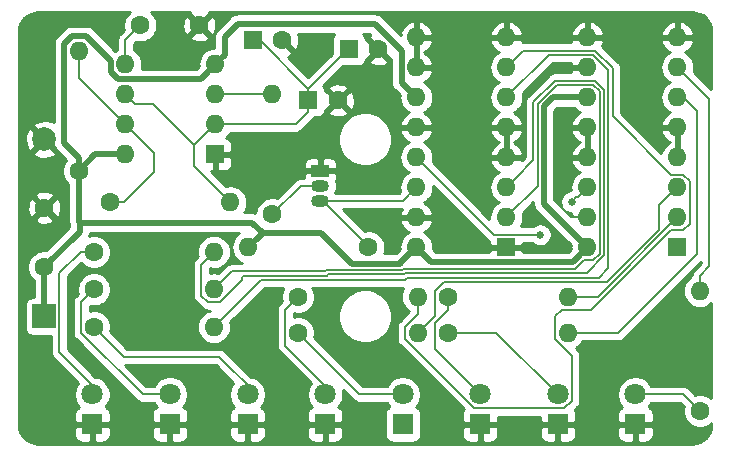
<source format=gbr>
G04 #@! TF.GenerationSoftware,KiCad,Pcbnew,(5.1.4)-1*
G04 #@! TF.CreationDate,2019-10-03T09:13:13-04:00*
G04 #@! TF.ProjectId,8-bit counter,382d6269-7420-4636-9f75-6e7465722e6b,rev?*
G04 #@! TF.SameCoordinates,Original*
G04 #@! TF.FileFunction,Copper,L1,Top*
G04 #@! TF.FilePolarity,Positive*
%FSLAX46Y46*%
G04 Gerber Fmt 4.6, Leading zero omitted, Abs format (unit mm)*
G04 Created by KiCad (PCBNEW (5.1.4)-1) date 2019-10-03 09:13:13*
%MOMM*%
%LPD*%
G04 APERTURE LIST*
%ADD10C,1.600000*%
%ADD11R,1.600000X1.600000*%
%ADD12O,1.600000X1.600000*%
%ADD13R,1.800000X1.800000*%
%ADD14C,1.800000*%
%ADD15O,1.500000X1.050000*%
%ADD16R,1.500000X1.050000*%
%ADD17R,2.000000X2.000000*%
%ADD18C,2.000000*%
%ADD19C,0.660400*%
%ADD20C,0.152400*%
%ADD21C,0.508000*%
%ADD22C,0.254000*%
G04 APERTURE END LIST*
D10*
X115911000Y-44196000D03*
D11*
X113411000Y-44196000D03*
D10*
X107783000Y-43434000D03*
D11*
X105283000Y-43434000D03*
D10*
X87630000Y-57611000D03*
X87630000Y-62611000D03*
X100758000Y-42164000D03*
X95758000Y-42164000D03*
D12*
X101981000Y-61341000D03*
D10*
X91821000Y-61341000D03*
X112482000Y-48514000D03*
D11*
X109982000Y-48514000D03*
D12*
X94488000Y-53086000D03*
X102108000Y-45466000D03*
X94488000Y-50546000D03*
X102108000Y-48006000D03*
X94488000Y-48006000D03*
X102108000Y-50546000D03*
X94488000Y-45466000D03*
D11*
X102108000Y-53086000D03*
X126746000Y-60960000D03*
D12*
X119126000Y-43180000D03*
X126746000Y-58420000D03*
X119126000Y-45720000D03*
X126746000Y-55880000D03*
X119126000Y-48260000D03*
X126746000Y-53340000D03*
X119126000Y-50800000D03*
X126746000Y-50800000D03*
X119126000Y-53340000D03*
X126746000Y-48260000D03*
X119126000Y-55880000D03*
X126746000Y-45720000D03*
X119126000Y-58420000D03*
X126746000Y-43180000D03*
X119126000Y-60960000D03*
D11*
X141224000Y-60960000D03*
D12*
X133604000Y-43180000D03*
X141224000Y-58420000D03*
X133604000Y-45720000D03*
X141224000Y-55880000D03*
X133604000Y-48260000D03*
X141224000Y-53340000D03*
X133604000Y-50800000D03*
X141224000Y-50800000D03*
X133604000Y-53340000D03*
X141224000Y-48260000D03*
X133604000Y-55880000D03*
X141224000Y-45720000D03*
X133604000Y-58420000D03*
X141224000Y-43180000D03*
X133604000Y-60960000D03*
D13*
X91694000Y-75946000D03*
D14*
X91694000Y-73406000D03*
X98261714Y-73406000D03*
D13*
X98261714Y-75946000D03*
D14*
X104829428Y-73406000D03*
D13*
X104829428Y-75946000D03*
X111397142Y-75946000D03*
D14*
X111397142Y-73406000D03*
X117964856Y-73406000D03*
D13*
X117964856Y-75946000D03*
X124532570Y-75946000D03*
D14*
X124532570Y-73406000D03*
X131100284Y-73406000D03*
D13*
X131100284Y-75946000D03*
X137668000Y-75946000D03*
D14*
X137668000Y-73406000D03*
D15*
X110998000Y-55753000D03*
X110998000Y-57023000D03*
D16*
X110998000Y-54483000D03*
D12*
X90551000Y-44323000D03*
D10*
X90551000Y-54483000D03*
X93218000Y-57150000D03*
D12*
X103378000Y-57150000D03*
X101981000Y-64516000D03*
D10*
X91821000Y-64516000D03*
X91821000Y-67691000D03*
D12*
X101981000Y-67691000D03*
X119253000Y-65151000D03*
D10*
X109093000Y-65151000D03*
X109093000Y-68199000D03*
D12*
X119253000Y-68199000D03*
D10*
X121793000Y-65151000D03*
D12*
X131953000Y-65151000D03*
X131953000Y-68199000D03*
D10*
X121793000Y-68199000D03*
X143129000Y-74803000D03*
D12*
X143129000Y-64643000D03*
D10*
X106934000Y-58166000D03*
D12*
X106934000Y-48006000D03*
X104902000Y-60960000D03*
D10*
X115062000Y-60960000D03*
D17*
X87630000Y-66802000D03*
D18*
X87630000Y-51812000D03*
D19*
X129667000Y-58674000D03*
X130937000Y-59944000D03*
X131064000Y-56769000D03*
X109728000Y-43561000D03*
X109982000Y-46101000D03*
X111379000Y-43942000D03*
X95631000Y-43942000D03*
X93472000Y-43688000D03*
X94107000Y-41402000D03*
X90551000Y-41529000D03*
X85979000Y-42418000D03*
X88011000Y-42418000D03*
X85979000Y-47752000D03*
X88011000Y-47752000D03*
X87630000Y-54737000D03*
X86614000Y-59563000D03*
X86741000Y-70104000D03*
X86614000Y-76327000D03*
X89281000Y-74295000D03*
X94869000Y-75565000D03*
X95631000Y-71247000D03*
X91567000Y-70739000D03*
X90043000Y-63881000D03*
X93345000Y-62992000D03*
X93599000Y-60198000D03*
X100076000Y-60071000D03*
X99949000Y-62992000D03*
X100838000Y-66421000D03*
X92583000Y-66040000D03*
X94869000Y-69088000D03*
X100584000Y-69088000D03*
X107315000Y-64770000D03*
X103886000Y-67310000D03*
X106807000Y-68453000D03*
X104140000Y-70104000D03*
X107315000Y-71755000D03*
X108331000Y-75692000D03*
X101600000Y-75692000D03*
X101600000Y-71374000D03*
X114935000Y-74676000D03*
X121412000Y-76835000D03*
X120904000Y-73279000D03*
X118110000Y-70739000D03*
X114808000Y-71882000D03*
X112522000Y-69088000D03*
X110617000Y-66675000D03*
X112268000Y-64897000D03*
X117094000Y-65024000D03*
X116713000Y-69342000D03*
X127635000Y-76073000D03*
X134493000Y-75946000D03*
X143256000Y-76835000D03*
X140208000Y-74803000D03*
X143637000Y-73025000D03*
X143764000Y-66421000D03*
X141351000Y-64643000D03*
X133604000Y-69342000D03*
X140081000Y-69850000D03*
X135382000Y-71501000D03*
X128524000Y-60833000D03*
X124079000Y-60833000D03*
X121412000Y-57658000D03*
X121031000Y-60706000D03*
X116840000Y-60071000D03*
X114046000Y-58166000D03*
X116967000Y-58420000D03*
X100203000Y-45339000D03*
X102616000Y-41529000D03*
X98044000Y-41910000D03*
X113030000Y-46355000D03*
X116713000Y-45974000D03*
X116078000Y-48641000D03*
X110871000Y-51308000D03*
X104775000Y-51816000D03*
X104394000Y-54864000D03*
X105156000Y-57277000D03*
X108077000Y-55372000D03*
X108458000Y-52070000D03*
X112903000Y-55880000D03*
X117348000Y-55880000D03*
X131191000Y-55118000D03*
X131191000Y-49530000D03*
X124968000Y-57277000D03*
X128016000Y-52070000D03*
X131699000Y-45720000D03*
X128016000Y-49530000D03*
X123063000Y-41910000D03*
X122936000Y-46355000D03*
X122809000Y-51181000D03*
X130175000Y-42037000D03*
X137795000Y-42037000D03*
X137795000Y-46101000D03*
X139446000Y-51181000D03*
X143256000Y-44704000D03*
X132270500Y-57086500D03*
X129600201Y-59883799D03*
D20*
X129038382Y-53587618D02*
X127545999Y-55080001D01*
X129038382Y-48656407D02*
X129038382Y-53587618D01*
X130863398Y-46831389D02*
X129038382Y-48656407D01*
X134266550Y-46831389D02*
X130863398Y-46831389D01*
X135032611Y-47597450D02*
X134266550Y-46831389D01*
X101981000Y-61341000D02*
X100904799Y-62417201D01*
X127545999Y-55080001D02*
X126746000Y-55880000D01*
X100904799Y-62417201D02*
X100904799Y-65032577D01*
X101464423Y-65592201D02*
X102497577Y-65592201D01*
X104549590Y-63344410D02*
X111569393Y-63344410D01*
X100904799Y-65032577D02*
X101464423Y-65592201D01*
X102497577Y-65592201D02*
X104394000Y-63695778D01*
X104394000Y-63500000D02*
X104549590Y-63344410D01*
X104394000Y-63695778D02*
X104394000Y-63500000D01*
X111569393Y-63344410D02*
X111674183Y-63239620D01*
X118215213Y-63119000D02*
X118237000Y-63119000D01*
X111674183Y-63239620D02*
X118094593Y-63239620D01*
X118259379Y-63096621D02*
X133558540Y-63096621D01*
X118094593Y-63239620D02*
X118215213Y-63119000D01*
X133558540Y-63096621D02*
X135032611Y-61622550D01*
X118237000Y-63119000D02*
X118259379Y-63096621D01*
X135032611Y-61622550D02*
X135032611Y-47597450D01*
X88906201Y-63124429D02*
X88906201Y-68065799D01*
X91821000Y-61341000D02*
X90689630Y-61341000D01*
X90689630Y-61341000D02*
X88906201Y-63124429D01*
X88906201Y-68065799D02*
X88900000Y-68072000D01*
X88900000Y-69850000D02*
X92456000Y-73406000D01*
X88900000Y-68072000D02*
X88900000Y-69850000D01*
X97750922Y-73406000D02*
X99023714Y-73406000D01*
X95943222Y-73406000D02*
X97750922Y-73406000D01*
X90744799Y-68207577D02*
X95943222Y-73406000D01*
X90744799Y-65592201D02*
X90744799Y-68207577D01*
X91821000Y-64516000D02*
X90744799Y-65592201D01*
X103505000Y-62992000D02*
X101981000Y-64516000D01*
X111528210Y-62887210D02*
X111423420Y-62992000D01*
X117948620Y-62887210D02*
X111528210Y-62887210D01*
X133277629Y-62036201D02*
X132569619Y-62744211D01*
X134120577Y-62036201D02*
X133277629Y-62036201D01*
X134680201Y-61476577D02*
X134120577Y-62036201D01*
X129390790Y-55775210D02*
X129390791Y-48802379D01*
X111423420Y-62992000D02*
X103505000Y-62992000D01*
X118091619Y-62744211D02*
X117948620Y-62887210D01*
X126746000Y-58420000D02*
X129390790Y-55775210D01*
X131009371Y-47183799D02*
X134120577Y-47183799D01*
X134120577Y-47183799D02*
X134680201Y-47743423D01*
X132569619Y-62744211D02*
X118091619Y-62744211D01*
X129390791Y-48802379D02*
X131009371Y-47183799D01*
X134680201Y-47743423D02*
X134680201Y-61476577D01*
X134120577Y-44643799D02*
X135385021Y-45908243D01*
X126746000Y-48260000D02*
X130362201Y-44643799D01*
X130362201Y-44643799D02*
X134120577Y-44643799D01*
X118304006Y-63528590D02*
X118135776Y-63696820D01*
X134591410Y-63528590D02*
X118304006Y-63528590D01*
X135385021Y-45908243D02*
X135385021Y-62734979D01*
X135385021Y-62734979D02*
X134591410Y-63528590D01*
X105975180Y-63696820D02*
X101981000Y-67691000D01*
X118135776Y-63696820D02*
X105975180Y-63696820D01*
X102416428Y-70231000D02*
X105591428Y-73406000D01*
X91821000Y-67691000D02*
X94361000Y-70231000D01*
X94361000Y-70231000D02*
X102416428Y-70231000D01*
X111259143Y-72506001D02*
X112159142Y-73406000D01*
X108016799Y-69263657D02*
X111259143Y-72506001D01*
X108016799Y-66227201D02*
X108016799Y-69263657D01*
X109093000Y-65151000D02*
X108016799Y-66227201D01*
X127545999Y-44920001D02*
X126746000Y-45720000D01*
X134266550Y-44291389D02*
X128174611Y-44291389D01*
X135737431Y-45762270D02*
X134266550Y-44291389D01*
X135737431Y-49833807D02*
X135737431Y-45762270D01*
X140707423Y-54803799D02*
X135737431Y-49833807D01*
X141740577Y-54803799D02*
X140707423Y-54803799D01*
X119253000Y-66606222D02*
X118176799Y-67682423D01*
X118176799Y-68715577D02*
X124043423Y-74582201D01*
X118176799Y-67682423D02*
X118176799Y-68715577D01*
X124043423Y-74582201D02*
X131664861Y-74582201D01*
X131664861Y-74582201D02*
X132276485Y-73970577D01*
X132276485Y-73970577D02*
X132276485Y-70115263D01*
X133915183Y-66227201D02*
X140646183Y-59496201D01*
X132276485Y-70115263D02*
X130876799Y-68715577D01*
X128174611Y-44291389D02*
X127545999Y-44920001D01*
X130876799Y-68715577D02*
X130876799Y-66786825D01*
X140646183Y-59496201D02*
X141740577Y-59496201D01*
X130876799Y-66786825D02*
X131436423Y-66227201D01*
X119253000Y-65151000D02*
X119253000Y-66606222D01*
X131436423Y-66227201D02*
X133915183Y-66227201D01*
X141740577Y-59496201D02*
X142300201Y-58936577D01*
X142300201Y-58936577D02*
X142300201Y-55363423D01*
X142300201Y-55363423D02*
X141740577Y-54803799D01*
X129667000Y-58674000D02*
X130937000Y-59944000D01*
X132472630Y-58420000D02*
X133604000Y-58420000D01*
X132248027Y-58420000D02*
X132472630Y-58420000D01*
X131064000Y-57235973D02*
X132248027Y-58420000D01*
X131064000Y-56769000D02*
X131064000Y-57235973D01*
D21*
X93472000Y-53086000D02*
X94488000Y-53086000D01*
X120380001Y-62214001D02*
X132349999Y-62214001D01*
X119126000Y-60960000D02*
X120380001Y-62214001D01*
X87630000Y-65649600D02*
X87630000Y-62611000D01*
X87630000Y-66802000D02*
X87630000Y-65649600D01*
X91948000Y-53086000D02*
X90551000Y-54483000D01*
X94488000Y-53086000D02*
X91948000Y-53086000D01*
X102907999Y-43142001D02*
X104013000Y-42037000D01*
X102108000Y-45466000D02*
X102907999Y-44666001D01*
X102907999Y-44666001D02*
X102907999Y-43142001D01*
X118326001Y-47460001D02*
X119126000Y-48260000D01*
X117871999Y-47005999D02*
X118326001Y-47460001D01*
X117871999Y-44301077D02*
X117871999Y-47005999D01*
X115607922Y-42037000D02*
X117871999Y-44301077D01*
X104013000Y-42037000D02*
X115607922Y-42037000D01*
X90615001Y-58865001D02*
X90551000Y-58801000D01*
X90551000Y-58801000D02*
X90551000Y-54483000D01*
X105220001Y-58865001D02*
X90615001Y-58865001D01*
X90615001Y-59625999D02*
X90615001Y-58865001D01*
X87630000Y-62611000D02*
X90615001Y-59625999D01*
X105701999Y-60160001D02*
X106108500Y-59753500D01*
X104902000Y-60960000D02*
X105701999Y-60160001D01*
X106108500Y-59753500D02*
X105220001Y-58865001D01*
X132804001Y-61759999D02*
X132349999Y-62214001D01*
X133604000Y-60960000D02*
X132804001Y-61759999D01*
X133604000Y-60960000D02*
X129921000Y-57277000D01*
X130683000Y-48260000D02*
X133604000Y-48260000D01*
X129921000Y-49022000D02*
X130683000Y-48260000D01*
X129921000Y-57277000D02*
X129921000Y-49022000D01*
X106108500Y-59753500D02*
X111061500Y-59753500D01*
X119126000Y-60960000D02*
X117856000Y-62230000D01*
X113665000Y-62357000D02*
X117729000Y-62357000D01*
X117729000Y-62357000D02*
X117856000Y-62230000D01*
X111061500Y-59753500D02*
X113665000Y-62357000D01*
X101308001Y-46265999D02*
X102108000Y-45466000D01*
X93886079Y-46720001D02*
X100853999Y-46720001D01*
X93233999Y-46067921D02*
X93886079Y-46720001D01*
X93233999Y-45150077D02*
X93233999Y-46067921D01*
X100853999Y-46720001D02*
X101308001Y-46265999D01*
X91152921Y-43068999D02*
X93233999Y-45150077D01*
X89949079Y-43068999D02*
X91152921Y-43068999D01*
X89296999Y-43721079D02*
X89949079Y-43068999D01*
X89296999Y-52097629D02*
X89296999Y-43721079D01*
X90551000Y-53351630D02*
X89296999Y-52097629D01*
X90551000Y-54483000D02*
X90551000Y-53351630D01*
D20*
X132804001Y-56679999D02*
X132677001Y-56679999D01*
X133604000Y-55880000D02*
X132804001Y-56679999D01*
X132677001Y-56679999D02*
X132270500Y-57086500D01*
X132270500Y-57086500D02*
X132207000Y-57150000D01*
X125669799Y-59883799D02*
X129600201Y-59883799D01*
X119126000Y-53340000D02*
X125669799Y-59883799D01*
X129600201Y-59883799D02*
X129600201Y-59883799D01*
X117983000Y-57023000D02*
X119126000Y-55880000D01*
X110998000Y-57023000D02*
X117983000Y-57023000D01*
X115062000Y-60862000D02*
X115062000Y-60960000D01*
X111223000Y-57023000D02*
X115062000Y-60862000D01*
X110998000Y-57023000D02*
X111223000Y-57023000D01*
X134493000Y-65151000D02*
X131953000Y-65151000D01*
X141224000Y-58420000D02*
X134493000Y-65151000D01*
X139700000Y-57404000D02*
X141224000Y-55880000D01*
X119253000Y-68199000D02*
X120716799Y-66735201D01*
X120716799Y-64634423D02*
X121470222Y-63881000D01*
X121470222Y-63881000D02*
X135264618Y-63881000D01*
X135264618Y-63881000D02*
X139700000Y-59445618D01*
X120716799Y-66735201D02*
X120716799Y-64634423D01*
X139700000Y-59445618D02*
X139700000Y-57404000D01*
X141224000Y-48260000D02*
X141732000Y-48260000D01*
X141732000Y-48260000D02*
X142875000Y-49403000D01*
X133084370Y-68199000D02*
X131953000Y-68199000D01*
X136202222Y-68199000D02*
X133084370Y-68199000D01*
X142875000Y-61526222D02*
X136202222Y-68199000D01*
X142875000Y-49403000D02*
X142875000Y-61526222D01*
X142023999Y-46519999D02*
X141224000Y-45720000D01*
X143928999Y-48424999D02*
X142023999Y-46519999D01*
X143928999Y-62573001D02*
X143928999Y-48424999D01*
X143129000Y-64643000D02*
X143129000Y-63373000D01*
X143129000Y-63373000D02*
X143928999Y-62573001D01*
X94349370Y-57150000D02*
X96901000Y-54598370D01*
X93218000Y-57150000D02*
X94349370Y-57150000D01*
X96901000Y-52959000D02*
X94488000Y-50546000D01*
X96901000Y-54598370D02*
X96901000Y-52959000D01*
X90551000Y-46609000D02*
X90551000Y-44323000D01*
X94488000Y-50546000D02*
X90551000Y-46609000D01*
X103378000Y-57150000D02*
X100330000Y-54102000D01*
X100330000Y-54102000D02*
X100330000Y-52324000D01*
X100330000Y-52324000D02*
X102108000Y-50546000D01*
X96811999Y-48805999D02*
X100330000Y-52324000D01*
X95287999Y-48805999D02*
X96811999Y-48805999D01*
X94488000Y-48006000D02*
X95287999Y-48805999D01*
X109982000Y-49466400D02*
X109982000Y-48514000D01*
X108902400Y-50546000D02*
X109982000Y-49466400D01*
X102108000Y-50546000D02*
X108902400Y-50546000D01*
X105854400Y-43434000D02*
X105283000Y-43434000D01*
X109982000Y-47561600D02*
X105854400Y-43434000D01*
X113347600Y-44196000D02*
X113411000Y-44196000D01*
X109982000Y-47561600D02*
X113347600Y-44196000D01*
X109982000Y-48514000D02*
X109982000Y-47561600D01*
X114300000Y-73406000D02*
X118726856Y-73406000D01*
X109093000Y-68199000D02*
X114300000Y-73406000D01*
X123632571Y-72506001D02*
X124532570Y-73406000D01*
X120716799Y-69590229D02*
X123632571Y-72506001D01*
X120716799Y-67358571D02*
X120716799Y-69590229D01*
X121793000Y-66282370D02*
X120716799Y-67358571D01*
X121793000Y-65151000D02*
X121793000Y-66282370D01*
X125893284Y-68199000D02*
X131100284Y-73406000D01*
X121793000Y-68199000D02*
X125893284Y-68199000D01*
X141732000Y-73406000D02*
X143129000Y-74803000D01*
X137668000Y-73406000D02*
X141732000Y-73406000D01*
X94488000Y-43434000D02*
X95758000Y-42164000D01*
X94488000Y-45466000D02*
X94488000Y-43434000D01*
X102108000Y-48006000D02*
X106934000Y-48006000D01*
X109347000Y-55753000D02*
X106934000Y-58166000D01*
X110998000Y-55753000D02*
X109347000Y-55753000D01*
D22*
G36*
X94843241Y-41049363D02*
G01*
X94643363Y-41249241D01*
X94486320Y-41484273D01*
X94378147Y-41745426D01*
X94323000Y-42022665D01*
X94323000Y-42305335D01*
X94370762Y-42545450D01*
X94009810Y-42906403D01*
X93982674Y-42928673D01*
X93960404Y-42955809D01*
X93960403Y-42955810D01*
X93893798Y-43036968D01*
X93847632Y-43123339D01*
X93827759Y-43160519D01*
X93787092Y-43294580D01*
X93784955Y-43316275D01*
X93773360Y-43434000D01*
X93776801Y-43468936D01*
X93776801Y-44219015D01*
X93686899Y-44267068D01*
X93643688Y-44302530D01*
X91812420Y-42471263D01*
X91784580Y-42437340D01*
X91649212Y-42326246D01*
X91494772Y-42243696D01*
X91327195Y-42192863D01*
X91196588Y-42179999D01*
X91196581Y-42179999D01*
X91152921Y-42175699D01*
X91109261Y-42179999D01*
X89992738Y-42179999D01*
X89949078Y-42175699D01*
X89905418Y-42179999D01*
X89905412Y-42179999D01*
X89808003Y-42189593D01*
X89774803Y-42192863D01*
X89714104Y-42211276D01*
X89607228Y-42243696D01*
X89452788Y-42326246D01*
X89317420Y-42437340D01*
X89289580Y-42471263D01*
X88699258Y-43061585D01*
X88665341Y-43089420D01*
X88637506Y-43123337D01*
X88637504Y-43123339D01*
X88554247Y-43224788D01*
X88471697Y-43379227D01*
X88420863Y-43546805D01*
X88403699Y-43721079D01*
X88408000Y-43764749D01*
X88407999Y-50372273D01*
X88200429Y-50271296D01*
X87888892Y-50189616D01*
X87567405Y-50170282D01*
X87248325Y-50214039D01*
X86943912Y-50319205D01*
X86769956Y-50412186D01*
X86674192Y-50676587D01*
X87630000Y-51632395D01*
X87644143Y-51618253D01*
X87823748Y-51797858D01*
X87809605Y-51812000D01*
X88511440Y-52513835D01*
X88554246Y-52593919D01*
X88665340Y-52729288D01*
X88699263Y-52757128D01*
X89473369Y-53531235D01*
X89436363Y-53568241D01*
X89279320Y-53803273D01*
X89171147Y-54064426D01*
X89116000Y-54341665D01*
X89116000Y-54624335D01*
X89171147Y-54901574D01*
X89279320Y-55162727D01*
X89436363Y-55397759D01*
X89636241Y-55597637D01*
X89662001Y-55614849D01*
X89662000Y-58757340D01*
X89657700Y-58801000D01*
X89662000Y-58844660D01*
X89662000Y-58844666D01*
X89672138Y-58947597D01*
X89674864Y-58975274D01*
X89685625Y-59010747D01*
X89725697Y-59142850D01*
X89726001Y-59143419D01*
X89726001Y-59257763D01*
X87801721Y-61182044D01*
X87771335Y-61176000D01*
X87488665Y-61176000D01*
X87211426Y-61231147D01*
X86950273Y-61339320D01*
X86715241Y-61496363D01*
X86515363Y-61696241D01*
X86358320Y-61931273D01*
X86250147Y-62192426D01*
X86195000Y-62469665D01*
X86195000Y-62752335D01*
X86250147Y-63029574D01*
X86358320Y-63290727D01*
X86515363Y-63525759D01*
X86715241Y-63725637D01*
X86741001Y-63742849D01*
X86741000Y-65163928D01*
X86630000Y-65163928D01*
X86505518Y-65176188D01*
X86385820Y-65212498D01*
X86275506Y-65271463D01*
X86178815Y-65350815D01*
X86099463Y-65447506D01*
X86040498Y-65557820D01*
X86004188Y-65677518D01*
X85991928Y-65802000D01*
X85991928Y-67802000D01*
X86004188Y-67926482D01*
X86040498Y-68046180D01*
X86099463Y-68156494D01*
X86178815Y-68253185D01*
X86275506Y-68332537D01*
X86385820Y-68391502D01*
X86505518Y-68427812D01*
X86630000Y-68440072D01*
X88188800Y-68440072D01*
X88188801Y-69815064D01*
X88185360Y-69850000D01*
X88188801Y-69884936D01*
X88198880Y-69987262D01*
X88199092Y-69989419D01*
X88239759Y-70123481D01*
X88305798Y-70247032D01*
X88312076Y-70254682D01*
X88394674Y-70355327D01*
X88421810Y-70377597D01*
X90489679Y-72445467D01*
X90333701Y-72678905D01*
X90217989Y-72958257D01*
X90159000Y-73254816D01*
X90159000Y-73557184D01*
X90217989Y-73853743D01*
X90333701Y-74133095D01*
X90501688Y-74384505D01*
X90568127Y-74450944D01*
X90549820Y-74456498D01*
X90439506Y-74515463D01*
X90342815Y-74594815D01*
X90263463Y-74691506D01*
X90204498Y-74801820D01*
X90168188Y-74921518D01*
X90155928Y-75046000D01*
X90159000Y-75660250D01*
X90317750Y-75819000D01*
X91567000Y-75819000D01*
X91567000Y-75799000D01*
X91821000Y-75799000D01*
X91821000Y-75819000D01*
X93070250Y-75819000D01*
X93229000Y-75660250D01*
X93232072Y-75046000D01*
X93219812Y-74921518D01*
X93183502Y-74801820D01*
X93124537Y-74691506D01*
X93045185Y-74594815D01*
X92948494Y-74515463D01*
X92838180Y-74456498D01*
X92819873Y-74450944D01*
X92886312Y-74384505D01*
X93054299Y-74133095D01*
X93170011Y-73853743D01*
X93229000Y-73557184D01*
X93229000Y-73254816D01*
X93170011Y-72958257D01*
X93054299Y-72678905D01*
X92886312Y-72427495D01*
X92672505Y-72213688D01*
X92421095Y-72045701D01*
X92141743Y-71929989D01*
X91947051Y-71891263D01*
X89611200Y-69555413D01*
X89611200Y-68163693D01*
X89617401Y-68100735D01*
X89617401Y-68100727D01*
X89620841Y-68065799D01*
X89617401Y-68030871D01*
X89617401Y-65592201D01*
X90030159Y-65592201D01*
X90033599Y-65627127D01*
X90033600Y-68172641D01*
X90030159Y-68207577D01*
X90033600Y-68242513D01*
X90043891Y-68346997D01*
X90061680Y-68405640D01*
X90084558Y-68481058D01*
X90149960Y-68603416D01*
X90150598Y-68604610D01*
X90239473Y-68712904D01*
X90266609Y-68735174D01*
X95415629Y-73884196D01*
X95437895Y-73911327D01*
X95465026Y-73933593D01*
X95465030Y-73933597D01*
X95546189Y-74000202D01*
X95669741Y-74066242D01*
X95803802Y-74106909D01*
X95908286Y-74117200D01*
X95908295Y-74117200D01*
X95943221Y-74120640D01*
X95978147Y-74117200D01*
X96894831Y-74117200D01*
X96901415Y-74133095D01*
X97069402Y-74384505D01*
X97135841Y-74450944D01*
X97117534Y-74456498D01*
X97007220Y-74515463D01*
X96910529Y-74594815D01*
X96831177Y-74691506D01*
X96772212Y-74801820D01*
X96735902Y-74921518D01*
X96723642Y-75046000D01*
X96726714Y-75660250D01*
X96885464Y-75819000D01*
X98134714Y-75819000D01*
X98134714Y-75799000D01*
X98388714Y-75799000D01*
X98388714Y-75819000D01*
X99637964Y-75819000D01*
X99796714Y-75660250D01*
X99799786Y-75046000D01*
X99787526Y-74921518D01*
X99751216Y-74801820D01*
X99692251Y-74691506D01*
X99612899Y-74594815D01*
X99516208Y-74515463D01*
X99405894Y-74456498D01*
X99387587Y-74450944D01*
X99454026Y-74384505D01*
X99622013Y-74133095D01*
X99737725Y-73853743D01*
X99796714Y-73557184D01*
X99796714Y-73254816D01*
X99737725Y-72958257D01*
X99622013Y-72678905D01*
X99454026Y-72427495D01*
X99240219Y-72213688D01*
X98988809Y-72045701D01*
X98709457Y-71929989D01*
X98412898Y-71871000D01*
X98110530Y-71871000D01*
X97813971Y-71929989D01*
X97534619Y-72045701D01*
X97283209Y-72213688D01*
X97069402Y-72427495D01*
X96901415Y-72678905D01*
X96894831Y-72694800D01*
X96237811Y-72694800D01*
X94485210Y-70942200D01*
X102121841Y-70942200D01*
X103625107Y-72445467D01*
X103469129Y-72678905D01*
X103353417Y-72958257D01*
X103294428Y-73254816D01*
X103294428Y-73557184D01*
X103353417Y-73853743D01*
X103469129Y-74133095D01*
X103637116Y-74384505D01*
X103703555Y-74450944D01*
X103685248Y-74456498D01*
X103574934Y-74515463D01*
X103478243Y-74594815D01*
X103398891Y-74691506D01*
X103339926Y-74801820D01*
X103303616Y-74921518D01*
X103291356Y-75046000D01*
X103294428Y-75660250D01*
X103453178Y-75819000D01*
X104702428Y-75819000D01*
X104702428Y-75799000D01*
X104956428Y-75799000D01*
X104956428Y-75819000D01*
X106205678Y-75819000D01*
X106364428Y-75660250D01*
X106367500Y-75046000D01*
X106355240Y-74921518D01*
X106318930Y-74801820D01*
X106259965Y-74691506D01*
X106180613Y-74594815D01*
X106083922Y-74515463D01*
X105973608Y-74456498D01*
X105955301Y-74450944D01*
X106021740Y-74384505D01*
X106189727Y-74133095D01*
X106305439Y-73853743D01*
X106364428Y-73557184D01*
X106364428Y-73254816D01*
X106305439Y-72958257D01*
X106189727Y-72678905D01*
X106021740Y-72427495D01*
X105807933Y-72213688D01*
X105556523Y-72045701D01*
X105277171Y-71929989D01*
X105082478Y-71891262D01*
X102944030Y-69752815D01*
X102921755Y-69725673D01*
X102813461Y-69636798D01*
X102689909Y-69570758D01*
X102555848Y-69530091D01*
X102451364Y-69519800D01*
X102451354Y-69519800D01*
X102416428Y-69516360D01*
X102381502Y-69519800D01*
X94655589Y-69519800D01*
X93208238Y-68072450D01*
X93256000Y-67832335D01*
X93256000Y-67549665D01*
X93200853Y-67272426D01*
X93092680Y-67011273D01*
X92935637Y-66776241D01*
X92735759Y-66576363D01*
X92500727Y-66419320D01*
X92239574Y-66311147D01*
X91962335Y-66256000D01*
X91679665Y-66256000D01*
X91455999Y-66300491D01*
X91455999Y-65906509D01*
X91679665Y-65951000D01*
X91962335Y-65951000D01*
X92239574Y-65895853D01*
X92500727Y-65787680D01*
X92735759Y-65630637D01*
X92935637Y-65430759D01*
X93092680Y-65195727D01*
X93200853Y-64934574D01*
X93256000Y-64657335D01*
X93256000Y-64374665D01*
X93200853Y-64097426D01*
X93092680Y-63836273D01*
X92935637Y-63601241D01*
X92735759Y-63401363D01*
X92500727Y-63244320D01*
X92239574Y-63136147D01*
X91962335Y-63081000D01*
X91679665Y-63081000D01*
X91402426Y-63136147D01*
X91141273Y-63244320D01*
X90906241Y-63401363D01*
X90706363Y-63601241D01*
X90549320Y-63836273D01*
X90441147Y-64097426D01*
X90386000Y-64374665D01*
X90386000Y-64657335D01*
X90433763Y-64897450D01*
X90266609Y-65064604D01*
X90239472Y-65086875D01*
X90150597Y-65195169D01*
X90084557Y-65318721D01*
X90043890Y-65452782D01*
X90033599Y-65557266D01*
X90033599Y-65557275D01*
X90030159Y-65592201D01*
X89617401Y-65592201D01*
X89617401Y-63419016D01*
X90743511Y-62292907D01*
X90906241Y-62455637D01*
X91141273Y-62612680D01*
X91402426Y-62720853D01*
X91679665Y-62776000D01*
X91962335Y-62776000D01*
X92239574Y-62720853D01*
X92500727Y-62612680D01*
X92735759Y-62455637D01*
X92935637Y-62255759D01*
X93092680Y-62020727D01*
X93200853Y-61759574D01*
X93256000Y-61482335D01*
X93256000Y-61199665D01*
X93200853Y-60922426D01*
X93092680Y-60661273D01*
X92935637Y-60426241D01*
X92735759Y-60226363D01*
X92500727Y-60069320D01*
X92239574Y-59961147D01*
X91962335Y-59906000D01*
X91679665Y-59906000D01*
X91444900Y-59952698D01*
X91485714Y-59818150D01*
X91491137Y-59800274D01*
X91495271Y-59758301D01*
X91495695Y-59754001D01*
X104114120Y-59754001D01*
X104100899Y-59761068D01*
X103882392Y-59940392D01*
X103703068Y-60158899D01*
X103569818Y-60408192D01*
X103487764Y-60678691D01*
X103460057Y-60960000D01*
X103487764Y-61241309D01*
X103569818Y-61511808D01*
X103703068Y-61761101D01*
X103882392Y-61979608D01*
X104100899Y-62158932D01*
X104328898Y-62280800D01*
X103539917Y-62280800D01*
X103504999Y-62277361D01*
X103470081Y-62280800D01*
X103470064Y-62280800D01*
X103365580Y-62291091D01*
X103231519Y-62331758D01*
X103184295Y-62357000D01*
X103107966Y-62397798D01*
X103026808Y-62464403D01*
X103026804Y-62464407D01*
X102999673Y-62486673D01*
X102977407Y-62513804D01*
X102359857Y-63131355D01*
X102262309Y-63101764D01*
X102051492Y-63081000D01*
X101910508Y-63081000D01*
X101699691Y-63101764D01*
X101615999Y-63127151D01*
X101615999Y-62729849D01*
X101699691Y-62755236D01*
X101910508Y-62776000D01*
X102051492Y-62776000D01*
X102262309Y-62755236D01*
X102532808Y-62673182D01*
X102782101Y-62539932D01*
X103000608Y-62360608D01*
X103179932Y-62142101D01*
X103313182Y-61892808D01*
X103395236Y-61622309D01*
X103422943Y-61341000D01*
X103395236Y-61059691D01*
X103313182Y-60789192D01*
X103179932Y-60539899D01*
X103000608Y-60321392D01*
X102782101Y-60142068D01*
X102532808Y-60008818D01*
X102262309Y-59926764D01*
X102051492Y-59906000D01*
X101910508Y-59906000D01*
X101699691Y-59926764D01*
X101429192Y-60008818D01*
X101179899Y-60142068D01*
X100961392Y-60321392D01*
X100782068Y-60539899D01*
X100648818Y-60789192D01*
X100566764Y-61059691D01*
X100539057Y-61341000D01*
X100566764Y-61622309D01*
X100596355Y-61719858D01*
X100426609Y-61889604D01*
X100399472Y-61911875D01*
X100310597Y-62020169D01*
X100244557Y-62143721D01*
X100203890Y-62277782D01*
X100193599Y-62382266D01*
X100193599Y-62382275D01*
X100190159Y-62417201D01*
X100193599Y-62452127D01*
X100193600Y-64997641D01*
X100190159Y-65032577D01*
X100193600Y-65067513D01*
X100203891Y-65171997D01*
X100216177Y-65212498D01*
X100244558Y-65306058D01*
X100310597Y-65429609D01*
X100325285Y-65447506D01*
X100399473Y-65537904D01*
X100426609Y-65560174D01*
X100936825Y-66070391D01*
X100959096Y-66097528D01*
X101067390Y-66186403D01*
X101190942Y-66252443D01*
X101325003Y-66293110D01*
X101429487Y-66303401D01*
X101429494Y-66303401D01*
X101464423Y-66306841D01*
X101499351Y-66303401D01*
X101611880Y-66303401D01*
X101429192Y-66358818D01*
X101179899Y-66492068D01*
X100961392Y-66671392D01*
X100782068Y-66889899D01*
X100648818Y-67139192D01*
X100566764Y-67409691D01*
X100539057Y-67691000D01*
X100566764Y-67972309D01*
X100648818Y-68242808D01*
X100782068Y-68492101D01*
X100961392Y-68710608D01*
X101179899Y-68889932D01*
X101429192Y-69023182D01*
X101699691Y-69105236D01*
X101910508Y-69126000D01*
X102051492Y-69126000D01*
X102262309Y-69105236D01*
X102532808Y-69023182D01*
X102782101Y-68889932D01*
X103000608Y-68710608D01*
X103179932Y-68492101D01*
X103313182Y-68242808D01*
X103395236Y-67972309D01*
X103422943Y-67691000D01*
X103395236Y-67409691D01*
X103365645Y-67312142D01*
X106269769Y-64408020D01*
X107863584Y-64408020D01*
X107821320Y-64471273D01*
X107713147Y-64732426D01*
X107658000Y-65009665D01*
X107658000Y-65292335D01*
X107705763Y-65532450D01*
X107538609Y-65699604D01*
X107511472Y-65721875D01*
X107422597Y-65830169D01*
X107356557Y-65953721D01*
X107315890Y-66087782D01*
X107305599Y-66192266D01*
X107305599Y-66192275D01*
X107302159Y-66227201D01*
X107305599Y-66262127D01*
X107305600Y-69228721D01*
X107302159Y-69263657D01*
X107315891Y-69403076D01*
X107356558Y-69537138D01*
X107422597Y-69660689D01*
X107479191Y-69729649D01*
X107511473Y-69768984D01*
X107538609Y-69791254D01*
X110192821Y-72445467D01*
X110036843Y-72678905D01*
X109921131Y-72958257D01*
X109862142Y-73254816D01*
X109862142Y-73557184D01*
X109921131Y-73853743D01*
X110036843Y-74133095D01*
X110204830Y-74384505D01*
X110271269Y-74450944D01*
X110252962Y-74456498D01*
X110142648Y-74515463D01*
X110045957Y-74594815D01*
X109966605Y-74691506D01*
X109907640Y-74801820D01*
X109871330Y-74921518D01*
X109859070Y-75046000D01*
X109862142Y-75660250D01*
X110020892Y-75819000D01*
X111270142Y-75819000D01*
X111270142Y-75799000D01*
X111524142Y-75799000D01*
X111524142Y-75819000D01*
X112773392Y-75819000D01*
X112932142Y-75660250D01*
X112935214Y-75046000D01*
X112922954Y-74921518D01*
X112886644Y-74801820D01*
X112827679Y-74691506D01*
X112748327Y-74594815D01*
X112651636Y-74515463D01*
X112541322Y-74456498D01*
X112523015Y-74450944D01*
X112589454Y-74384505D01*
X112757441Y-74133095D01*
X112873153Y-73853743D01*
X112932142Y-73557184D01*
X112932142Y-73254816D01*
X112879779Y-72991566D01*
X113772402Y-73884190D01*
X113794673Y-73911327D01*
X113902967Y-74000202D01*
X114026519Y-74066242D01*
X114160580Y-74106909D01*
X114265064Y-74117200D01*
X114265073Y-74117200D01*
X114299999Y-74120640D01*
X114334925Y-74117200D01*
X116597973Y-74117200D01*
X116604557Y-74133095D01*
X116772544Y-74384505D01*
X116838983Y-74450944D01*
X116820676Y-74456498D01*
X116710362Y-74515463D01*
X116613671Y-74594815D01*
X116534319Y-74691506D01*
X116475354Y-74801820D01*
X116439044Y-74921518D01*
X116426784Y-75046000D01*
X116426784Y-76846000D01*
X116439044Y-76970482D01*
X116475354Y-77090180D01*
X116534319Y-77200494D01*
X116613671Y-77297185D01*
X116710362Y-77376537D01*
X116820676Y-77435502D01*
X116940374Y-77471812D01*
X117064856Y-77484072D01*
X118864856Y-77484072D01*
X118989338Y-77471812D01*
X119109036Y-77435502D01*
X119219350Y-77376537D01*
X119316041Y-77297185D01*
X119395393Y-77200494D01*
X119454358Y-77090180D01*
X119490668Y-76970482D01*
X119502928Y-76846000D01*
X122994498Y-76846000D01*
X123006758Y-76970482D01*
X123043068Y-77090180D01*
X123102033Y-77200494D01*
X123181385Y-77297185D01*
X123278076Y-77376537D01*
X123388390Y-77435502D01*
X123508088Y-77471812D01*
X123632570Y-77484072D01*
X124246820Y-77481000D01*
X124405570Y-77322250D01*
X124405570Y-76073000D01*
X124659570Y-76073000D01*
X124659570Y-77322250D01*
X124818320Y-77481000D01*
X125432570Y-77484072D01*
X125557052Y-77471812D01*
X125676750Y-77435502D01*
X125787064Y-77376537D01*
X125883755Y-77297185D01*
X125963107Y-77200494D01*
X126022072Y-77090180D01*
X126058382Y-76970482D01*
X126070642Y-76846000D01*
X129562212Y-76846000D01*
X129574472Y-76970482D01*
X129610782Y-77090180D01*
X129669747Y-77200494D01*
X129749099Y-77297185D01*
X129845790Y-77376537D01*
X129956104Y-77435502D01*
X130075802Y-77471812D01*
X130200284Y-77484072D01*
X130814534Y-77481000D01*
X130973284Y-77322250D01*
X130973284Y-76073000D01*
X131227284Y-76073000D01*
X131227284Y-77322250D01*
X131386034Y-77481000D01*
X132000284Y-77484072D01*
X132124766Y-77471812D01*
X132244464Y-77435502D01*
X132354778Y-77376537D01*
X132451469Y-77297185D01*
X132530821Y-77200494D01*
X132589786Y-77090180D01*
X132626096Y-76970482D01*
X132638356Y-76846000D01*
X136129928Y-76846000D01*
X136142188Y-76970482D01*
X136178498Y-77090180D01*
X136237463Y-77200494D01*
X136316815Y-77297185D01*
X136413506Y-77376537D01*
X136523820Y-77435502D01*
X136643518Y-77471812D01*
X136768000Y-77484072D01*
X137382250Y-77481000D01*
X137541000Y-77322250D01*
X137541000Y-76073000D01*
X137795000Y-76073000D01*
X137795000Y-77322250D01*
X137953750Y-77481000D01*
X138568000Y-77484072D01*
X138692482Y-77471812D01*
X138812180Y-77435502D01*
X138922494Y-77376537D01*
X139019185Y-77297185D01*
X139098537Y-77200494D01*
X139157502Y-77090180D01*
X139193812Y-76970482D01*
X139206072Y-76846000D01*
X139203000Y-76231750D01*
X139044250Y-76073000D01*
X137795000Y-76073000D01*
X137541000Y-76073000D01*
X136291750Y-76073000D01*
X136133000Y-76231750D01*
X136129928Y-76846000D01*
X132638356Y-76846000D01*
X132635284Y-76231750D01*
X132476534Y-76073000D01*
X131227284Y-76073000D01*
X130973284Y-76073000D01*
X129724034Y-76073000D01*
X129565284Y-76231750D01*
X129562212Y-76846000D01*
X126070642Y-76846000D01*
X126067570Y-76231750D01*
X125908820Y-76073000D01*
X124659570Y-76073000D01*
X124405570Y-76073000D01*
X123156320Y-76073000D01*
X122997570Y-76231750D01*
X122994498Y-76846000D01*
X119502928Y-76846000D01*
X119502928Y-75046000D01*
X119490668Y-74921518D01*
X119454358Y-74801820D01*
X119395393Y-74691506D01*
X119316041Y-74594815D01*
X119219350Y-74515463D01*
X119109036Y-74456498D01*
X119090729Y-74450944D01*
X119157168Y-74384505D01*
X119325155Y-74133095D01*
X119440867Y-73853743D01*
X119499856Y-73557184D01*
X119499856Y-73254816D01*
X119440867Y-72958257D01*
X119325155Y-72678905D01*
X119157168Y-72427495D01*
X118943361Y-72213688D01*
X118691951Y-72045701D01*
X118412599Y-71929989D01*
X118116040Y-71871000D01*
X117813672Y-71871000D01*
X117517113Y-71929989D01*
X117237761Y-72045701D01*
X116986351Y-72213688D01*
X116772544Y-72427495D01*
X116604557Y-72678905D01*
X116597973Y-72694800D01*
X114594588Y-72694800D01*
X110480237Y-68580450D01*
X110528000Y-68340335D01*
X110528000Y-68057665D01*
X110472853Y-67780426D01*
X110364680Y-67519273D01*
X110207637Y-67284241D01*
X110007759Y-67084363D01*
X109772727Y-66927320D01*
X109511574Y-66819147D01*
X109234335Y-66764000D01*
X108951665Y-66764000D01*
X108727999Y-66808491D01*
X108727999Y-66541509D01*
X108951665Y-66586000D01*
X109234335Y-66586000D01*
X109279846Y-66576947D01*
X112510000Y-66576947D01*
X112510000Y-67027053D01*
X112597811Y-67468510D01*
X112770059Y-67884353D01*
X113020125Y-68258603D01*
X113338397Y-68576875D01*
X113712647Y-68826941D01*
X114128490Y-68999189D01*
X114569947Y-69087000D01*
X115020053Y-69087000D01*
X115461510Y-68999189D01*
X115877353Y-68826941D01*
X116251603Y-68576875D01*
X116569875Y-68258603D01*
X116819941Y-67884353D01*
X116992189Y-67468510D01*
X117080000Y-67027053D01*
X117080000Y-66576947D01*
X116992189Y-66135490D01*
X116819941Y-65719647D01*
X116569875Y-65345397D01*
X116251603Y-65027125D01*
X115877353Y-64777059D01*
X115461510Y-64604811D01*
X115020053Y-64517000D01*
X114569947Y-64517000D01*
X114128490Y-64604811D01*
X113712647Y-64777059D01*
X113338397Y-65027125D01*
X113020125Y-65345397D01*
X112770059Y-65719647D01*
X112597811Y-66135490D01*
X112510000Y-66576947D01*
X109279846Y-66576947D01*
X109511574Y-66530853D01*
X109772727Y-66422680D01*
X110007759Y-66265637D01*
X110207637Y-66065759D01*
X110364680Y-65830727D01*
X110472853Y-65569574D01*
X110528000Y-65292335D01*
X110528000Y-65009665D01*
X110472853Y-64732426D01*
X110364680Y-64471273D01*
X110322416Y-64408020D01*
X118023002Y-64408020D01*
X117920818Y-64599192D01*
X117838764Y-64869691D01*
X117811057Y-65151000D01*
X117838764Y-65432309D01*
X117920818Y-65702808D01*
X118054068Y-65952101D01*
X118233392Y-66170608D01*
X118451899Y-66349932D01*
X118485527Y-66367907D01*
X117698609Y-67154826D01*
X117671472Y-67177097D01*
X117582597Y-67285391D01*
X117516557Y-67408943D01*
X117475890Y-67543004D01*
X117465599Y-67647488D01*
X117465599Y-67647497D01*
X117462159Y-67682423D01*
X117465599Y-67717349D01*
X117465600Y-68680642D01*
X117462159Y-68715577D01*
X117465600Y-68750512D01*
X117465600Y-68750513D01*
X117475891Y-68854997D01*
X117489515Y-68899908D01*
X117516558Y-68989058D01*
X117582597Y-69112609D01*
X117612538Y-69149092D01*
X117671473Y-69220904D01*
X117698609Y-69243174D01*
X123122275Y-74666841D01*
X123102033Y-74691506D01*
X123043068Y-74801820D01*
X123006758Y-74921518D01*
X122994498Y-75046000D01*
X122997570Y-75660250D01*
X123156320Y-75819000D01*
X124405570Y-75819000D01*
X124405570Y-75799000D01*
X124659570Y-75799000D01*
X124659570Y-75819000D01*
X125908820Y-75819000D01*
X126067570Y-75660250D01*
X126069405Y-75293401D01*
X129563449Y-75293401D01*
X129565284Y-75660250D01*
X129724034Y-75819000D01*
X130973284Y-75819000D01*
X130973284Y-75799000D01*
X131227284Y-75799000D01*
X131227284Y-75819000D01*
X132476534Y-75819000D01*
X132635284Y-75660250D01*
X132638356Y-75046000D01*
X132626096Y-74921518D01*
X132589786Y-74801820D01*
X132541453Y-74711397D01*
X132754680Y-74498170D01*
X132781811Y-74475904D01*
X132804078Y-74448772D01*
X132804082Y-74448768D01*
X132870687Y-74367610D01*
X132936726Y-74244059D01*
X132936727Y-74244058D01*
X132977394Y-74109997D01*
X132987685Y-74005513D01*
X132987685Y-74005506D01*
X132991125Y-73970577D01*
X132987685Y-73935649D01*
X132987685Y-70150191D01*
X132991125Y-70115263D01*
X132987685Y-70080334D01*
X132987685Y-70080327D01*
X132977394Y-69975843D01*
X132936727Y-69841782D01*
X132870687Y-69718230D01*
X132781812Y-69609936D01*
X132754676Y-69587666D01*
X132630831Y-69463821D01*
X132754101Y-69397932D01*
X132972608Y-69218608D01*
X133151932Y-69000101D01*
X133199985Y-68910200D01*
X136167296Y-68910200D01*
X136202222Y-68913640D01*
X136237148Y-68910200D01*
X136237158Y-68910200D01*
X136341642Y-68899909D01*
X136475703Y-68859242D01*
X136599255Y-68793202D01*
X136707549Y-68704327D01*
X136729824Y-68677185D01*
X143217799Y-62189211D01*
X143217799Y-62278413D01*
X142650810Y-62845403D01*
X142623674Y-62867673D01*
X142601404Y-62894809D01*
X142601403Y-62894810D01*
X142534798Y-62975968D01*
X142484041Y-63070929D01*
X142468759Y-63099519D01*
X142428195Y-63233243D01*
X142428092Y-63233581D01*
X142414360Y-63373000D01*
X142416686Y-63396611D01*
X142327899Y-63444068D01*
X142109392Y-63623392D01*
X141930068Y-63841899D01*
X141796818Y-64091192D01*
X141714764Y-64361691D01*
X141687057Y-64643000D01*
X141714764Y-64924309D01*
X141796818Y-65194808D01*
X141930068Y-65444101D01*
X142109392Y-65662608D01*
X142327899Y-65841932D01*
X142577192Y-65975182D01*
X142847691Y-66057236D01*
X143058508Y-66078000D01*
X143199492Y-66078000D01*
X143410309Y-66057236D01*
X143680808Y-65975182D01*
X143930101Y-65841932D01*
X144094601Y-65706931D01*
X144094601Y-73739205D01*
X144043759Y-73688363D01*
X143808727Y-73531320D01*
X143547574Y-73423147D01*
X143270335Y-73368000D01*
X142987665Y-73368000D01*
X142747550Y-73415762D01*
X142259602Y-72927814D01*
X142237327Y-72900673D01*
X142129033Y-72811798D01*
X142005481Y-72745758D01*
X141871420Y-72705091D01*
X141766936Y-72694800D01*
X141766926Y-72694800D01*
X141732000Y-72691360D01*
X141697074Y-72694800D01*
X139034883Y-72694800D01*
X139028299Y-72678905D01*
X138860312Y-72427495D01*
X138646505Y-72213688D01*
X138395095Y-72045701D01*
X138115743Y-71929989D01*
X137819184Y-71871000D01*
X137516816Y-71871000D01*
X137220257Y-71929989D01*
X136940905Y-72045701D01*
X136689495Y-72213688D01*
X136475688Y-72427495D01*
X136307701Y-72678905D01*
X136191989Y-72958257D01*
X136133000Y-73254816D01*
X136133000Y-73557184D01*
X136191989Y-73853743D01*
X136307701Y-74133095D01*
X136475688Y-74384505D01*
X136542127Y-74450944D01*
X136523820Y-74456498D01*
X136413506Y-74515463D01*
X136316815Y-74594815D01*
X136237463Y-74691506D01*
X136178498Y-74801820D01*
X136142188Y-74921518D01*
X136129928Y-75046000D01*
X136133000Y-75660250D01*
X136291750Y-75819000D01*
X137541000Y-75819000D01*
X137541000Y-75799000D01*
X137795000Y-75799000D01*
X137795000Y-75819000D01*
X139044250Y-75819000D01*
X139203000Y-75660250D01*
X139206072Y-75046000D01*
X139193812Y-74921518D01*
X139157502Y-74801820D01*
X139098537Y-74691506D01*
X139019185Y-74594815D01*
X138922494Y-74515463D01*
X138812180Y-74456498D01*
X138793873Y-74450944D01*
X138860312Y-74384505D01*
X139028299Y-74133095D01*
X139034883Y-74117200D01*
X141437413Y-74117200D01*
X141741762Y-74421550D01*
X141694000Y-74661665D01*
X141694000Y-74944335D01*
X141749147Y-75221574D01*
X141857320Y-75482727D01*
X142014363Y-75717759D01*
X142214241Y-75917637D01*
X142449273Y-76074680D01*
X142710426Y-76182853D01*
X142987665Y-76238000D01*
X143270335Y-76238000D01*
X143547574Y-76182853D01*
X143808727Y-76074680D01*
X144043759Y-75917637D01*
X144094601Y-75866795D01*
X144094601Y-75913711D01*
X144060528Y-76261209D01*
X143968984Y-76564417D01*
X143820293Y-76844063D01*
X143620116Y-77089505D01*
X143376076Y-77291392D01*
X143097475Y-77442031D01*
X142794913Y-77535690D01*
X142449442Y-77572000D01*
X87128879Y-77572000D01*
X86781391Y-77537928D01*
X86478183Y-77446384D01*
X86198537Y-77297693D01*
X85953095Y-77097516D01*
X85751208Y-76853476D01*
X85747166Y-76846000D01*
X90155928Y-76846000D01*
X90168188Y-76970482D01*
X90204498Y-77090180D01*
X90263463Y-77200494D01*
X90342815Y-77297185D01*
X90439506Y-77376537D01*
X90549820Y-77435502D01*
X90669518Y-77471812D01*
X90794000Y-77484072D01*
X91408250Y-77481000D01*
X91567000Y-77322250D01*
X91567000Y-76073000D01*
X91821000Y-76073000D01*
X91821000Y-77322250D01*
X91979750Y-77481000D01*
X92594000Y-77484072D01*
X92718482Y-77471812D01*
X92838180Y-77435502D01*
X92948494Y-77376537D01*
X93045185Y-77297185D01*
X93124537Y-77200494D01*
X93183502Y-77090180D01*
X93219812Y-76970482D01*
X93232072Y-76846000D01*
X96723642Y-76846000D01*
X96735902Y-76970482D01*
X96772212Y-77090180D01*
X96831177Y-77200494D01*
X96910529Y-77297185D01*
X97007220Y-77376537D01*
X97117534Y-77435502D01*
X97237232Y-77471812D01*
X97361714Y-77484072D01*
X97975964Y-77481000D01*
X98134714Y-77322250D01*
X98134714Y-76073000D01*
X98388714Y-76073000D01*
X98388714Y-77322250D01*
X98547464Y-77481000D01*
X99161714Y-77484072D01*
X99286196Y-77471812D01*
X99405894Y-77435502D01*
X99516208Y-77376537D01*
X99612899Y-77297185D01*
X99692251Y-77200494D01*
X99751216Y-77090180D01*
X99787526Y-76970482D01*
X99799786Y-76846000D01*
X103291356Y-76846000D01*
X103303616Y-76970482D01*
X103339926Y-77090180D01*
X103398891Y-77200494D01*
X103478243Y-77297185D01*
X103574934Y-77376537D01*
X103685248Y-77435502D01*
X103804946Y-77471812D01*
X103929428Y-77484072D01*
X104543678Y-77481000D01*
X104702428Y-77322250D01*
X104702428Y-76073000D01*
X104956428Y-76073000D01*
X104956428Y-77322250D01*
X105115178Y-77481000D01*
X105729428Y-77484072D01*
X105853910Y-77471812D01*
X105973608Y-77435502D01*
X106083922Y-77376537D01*
X106180613Y-77297185D01*
X106259965Y-77200494D01*
X106318930Y-77090180D01*
X106355240Y-76970482D01*
X106367500Y-76846000D01*
X109859070Y-76846000D01*
X109871330Y-76970482D01*
X109907640Y-77090180D01*
X109966605Y-77200494D01*
X110045957Y-77297185D01*
X110142648Y-77376537D01*
X110252962Y-77435502D01*
X110372660Y-77471812D01*
X110497142Y-77484072D01*
X111111392Y-77481000D01*
X111270142Y-77322250D01*
X111270142Y-76073000D01*
X111524142Y-76073000D01*
X111524142Y-77322250D01*
X111682892Y-77481000D01*
X112297142Y-77484072D01*
X112421624Y-77471812D01*
X112541322Y-77435502D01*
X112651636Y-77376537D01*
X112748327Y-77297185D01*
X112827679Y-77200494D01*
X112886644Y-77090180D01*
X112922954Y-76970482D01*
X112935214Y-76846000D01*
X112932142Y-76231750D01*
X112773392Y-76073000D01*
X111524142Y-76073000D01*
X111270142Y-76073000D01*
X110020892Y-76073000D01*
X109862142Y-76231750D01*
X109859070Y-76846000D01*
X106367500Y-76846000D01*
X106364428Y-76231750D01*
X106205678Y-76073000D01*
X104956428Y-76073000D01*
X104702428Y-76073000D01*
X103453178Y-76073000D01*
X103294428Y-76231750D01*
X103291356Y-76846000D01*
X99799786Y-76846000D01*
X99796714Y-76231750D01*
X99637964Y-76073000D01*
X98388714Y-76073000D01*
X98134714Y-76073000D01*
X96885464Y-76073000D01*
X96726714Y-76231750D01*
X96723642Y-76846000D01*
X93232072Y-76846000D01*
X93229000Y-76231750D01*
X93070250Y-76073000D01*
X91821000Y-76073000D01*
X91567000Y-76073000D01*
X90317750Y-76073000D01*
X90159000Y-76231750D01*
X90155928Y-76846000D01*
X85747166Y-76846000D01*
X85600569Y-76574875D01*
X85506910Y-76272313D01*
X85470600Y-75926842D01*
X85470600Y-58603702D01*
X86816903Y-58603702D01*
X86888486Y-58847671D01*
X87143996Y-58968571D01*
X87418184Y-59037300D01*
X87700512Y-59051217D01*
X87980130Y-59009787D01*
X88246292Y-58914603D01*
X88371514Y-58847671D01*
X88443097Y-58603702D01*
X87630000Y-57790605D01*
X86816903Y-58603702D01*
X85470600Y-58603702D01*
X85470600Y-57681512D01*
X86189783Y-57681512D01*
X86231213Y-57961130D01*
X86326397Y-58227292D01*
X86393329Y-58352514D01*
X86637298Y-58424097D01*
X87450395Y-57611000D01*
X87809605Y-57611000D01*
X88622702Y-58424097D01*
X88866671Y-58352514D01*
X88987571Y-58097004D01*
X89056300Y-57822816D01*
X89070217Y-57540488D01*
X89028787Y-57260870D01*
X88933603Y-56994708D01*
X88866671Y-56869486D01*
X88622702Y-56797903D01*
X87809605Y-57611000D01*
X87450395Y-57611000D01*
X86637298Y-56797903D01*
X86393329Y-56869486D01*
X86272429Y-57124996D01*
X86203700Y-57399184D01*
X86189783Y-57681512D01*
X85470600Y-57681512D01*
X85470600Y-56618298D01*
X86816903Y-56618298D01*
X87630000Y-57431395D01*
X88443097Y-56618298D01*
X88371514Y-56374329D01*
X88116004Y-56253429D01*
X87841816Y-56184700D01*
X87559488Y-56170783D01*
X87279870Y-56212213D01*
X87013708Y-56307397D01*
X86888486Y-56374329D01*
X86816903Y-56618298D01*
X85470600Y-56618298D01*
X85470600Y-52947413D01*
X86674192Y-52947413D01*
X86769956Y-53211814D01*
X87059571Y-53352704D01*
X87371108Y-53434384D01*
X87692595Y-53453718D01*
X88011675Y-53409961D01*
X88316088Y-53304795D01*
X88490044Y-53211814D01*
X88585808Y-52947413D01*
X87630000Y-51991605D01*
X86674192Y-52947413D01*
X85470600Y-52947413D01*
X85470600Y-51874595D01*
X85988282Y-51874595D01*
X86032039Y-52193675D01*
X86137205Y-52498088D01*
X86230186Y-52672044D01*
X86494587Y-52767808D01*
X87450395Y-51812000D01*
X86494587Y-50856192D01*
X86230186Y-50951956D01*
X86089296Y-51241571D01*
X86007616Y-51553108D01*
X85988282Y-51874595D01*
X85470600Y-51874595D01*
X85470600Y-42704279D01*
X85504672Y-42356790D01*
X85596214Y-42053587D01*
X85744907Y-41773936D01*
X85945084Y-41528495D01*
X86189121Y-41326609D01*
X86467725Y-41175969D01*
X86770288Y-41082310D01*
X87115758Y-41046000D01*
X94848274Y-41046000D01*
X94843241Y-41049363D01*
X94843241Y-41049363D01*
G37*
X94843241Y-41049363D02*
X94643363Y-41249241D01*
X94486320Y-41484273D01*
X94378147Y-41745426D01*
X94323000Y-42022665D01*
X94323000Y-42305335D01*
X94370762Y-42545450D01*
X94009810Y-42906403D01*
X93982674Y-42928673D01*
X93960404Y-42955809D01*
X93960403Y-42955810D01*
X93893798Y-43036968D01*
X93847632Y-43123339D01*
X93827759Y-43160519D01*
X93787092Y-43294580D01*
X93784955Y-43316275D01*
X93773360Y-43434000D01*
X93776801Y-43468936D01*
X93776801Y-44219015D01*
X93686899Y-44267068D01*
X93643688Y-44302530D01*
X91812420Y-42471263D01*
X91784580Y-42437340D01*
X91649212Y-42326246D01*
X91494772Y-42243696D01*
X91327195Y-42192863D01*
X91196588Y-42179999D01*
X91196581Y-42179999D01*
X91152921Y-42175699D01*
X91109261Y-42179999D01*
X89992738Y-42179999D01*
X89949078Y-42175699D01*
X89905418Y-42179999D01*
X89905412Y-42179999D01*
X89808003Y-42189593D01*
X89774803Y-42192863D01*
X89714104Y-42211276D01*
X89607228Y-42243696D01*
X89452788Y-42326246D01*
X89317420Y-42437340D01*
X89289580Y-42471263D01*
X88699258Y-43061585D01*
X88665341Y-43089420D01*
X88637506Y-43123337D01*
X88637504Y-43123339D01*
X88554247Y-43224788D01*
X88471697Y-43379227D01*
X88420863Y-43546805D01*
X88403699Y-43721079D01*
X88408000Y-43764749D01*
X88407999Y-50372273D01*
X88200429Y-50271296D01*
X87888892Y-50189616D01*
X87567405Y-50170282D01*
X87248325Y-50214039D01*
X86943912Y-50319205D01*
X86769956Y-50412186D01*
X86674192Y-50676587D01*
X87630000Y-51632395D01*
X87644143Y-51618253D01*
X87823748Y-51797858D01*
X87809605Y-51812000D01*
X88511440Y-52513835D01*
X88554246Y-52593919D01*
X88665340Y-52729288D01*
X88699263Y-52757128D01*
X89473369Y-53531235D01*
X89436363Y-53568241D01*
X89279320Y-53803273D01*
X89171147Y-54064426D01*
X89116000Y-54341665D01*
X89116000Y-54624335D01*
X89171147Y-54901574D01*
X89279320Y-55162727D01*
X89436363Y-55397759D01*
X89636241Y-55597637D01*
X89662001Y-55614849D01*
X89662000Y-58757340D01*
X89657700Y-58801000D01*
X89662000Y-58844660D01*
X89662000Y-58844666D01*
X89672138Y-58947597D01*
X89674864Y-58975274D01*
X89685625Y-59010747D01*
X89725697Y-59142850D01*
X89726001Y-59143419D01*
X89726001Y-59257763D01*
X87801721Y-61182044D01*
X87771335Y-61176000D01*
X87488665Y-61176000D01*
X87211426Y-61231147D01*
X86950273Y-61339320D01*
X86715241Y-61496363D01*
X86515363Y-61696241D01*
X86358320Y-61931273D01*
X86250147Y-62192426D01*
X86195000Y-62469665D01*
X86195000Y-62752335D01*
X86250147Y-63029574D01*
X86358320Y-63290727D01*
X86515363Y-63525759D01*
X86715241Y-63725637D01*
X86741001Y-63742849D01*
X86741000Y-65163928D01*
X86630000Y-65163928D01*
X86505518Y-65176188D01*
X86385820Y-65212498D01*
X86275506Y-65271463D01*
X86178815Y-65350815D01*
X86099463Y-65447506D01*
X86040498Y-65557820D01*
X86004188Y-65677518D01*
X85991928Y-65802000D01*
X85991928Y-67802000D01*
X86004188Y-67926482D01*
X86040498Y-68046180D01*
X86099463Y-68156494D01*
X86178815Y-68253185D01*
X86275506Y-68332537D01*
X86385820Y-68391502D01*
X86505518Y-68427812D01*
X86630000Y-68440072D01*
X88188800Y-68440072D01*
X88188801Y-69815064D01*
X88185360Y-69850000D01*
X88188801Y-69884936D01*
X88198880Y-69987262D01*
X88199092Y-69989419D01*
X88239759Y-70123481D01*
X88305798Y-70247032D01*
X88312076Y-70254682D01*
X88394674Y-70355327D01*
X88421810Y-70377597D01*
X90489679Y-72445467D01*
X90333701Y-72678905D01*
X90217989Y-72958257D01*
X90159000Y-73254816D01*
X90159000Y-73557184D01*
X90217989Y-73853743D01*
X90333701Y-74133095D01*
X90501688Y-74384505D01*
X90568127Y-74450944D01*
X90549820Y-74456498D01*
X90439506Y-74515463D01*
X90342815Y-74594815D01*
X90263463Y-74691506D01*
X90204498Y-74801820D01*
X90168188Y-74921518D01*
X90155928Y-75046000D01*
X90159000Y-75660250D01*
X90317750Y-75819000D01*
X91567000Y-75819000D01*
X91567000Y-75799000D01*
X91821000Y-75799000D01*
X91821000Y-75819000D01*
X93070250Y-75819000D01*
X93229000Y-75660250D01*
X93232072Y-75046000D01*
X93219812Y-74921518D01*
X93183502Y-74801820D01*
X93124537Y-74691506D01*
X93045185Y-74594815D01*
X92948494Y-74515463D01*
X92838180Y-74456498D01*
X92819873Y-74450944D01*
X92886312Y-74384505D01*
X93054299Y-74133095D01*
X93170011Y-73853743D01*
X93229000Y-73557184D01*
X93229000Y-73254816D01*
X93170011Y-72958257D01*
X93054299Y-72678905D01*
X92886312Y-72427495D01*
X92672505Y-72213688D01*
X92421095Y-72045701D01*
X92141743Y-71929989D01*
X91947051Y-71891263D01*
X89611200Y-69555413D01*
X89611200Y-68163693D01*
X89617401Y-68100735D01*
X89617401Y-68100727D01*
X89620841Y-68065799D01*
X89617401Y-68030871D01*
X89617401Y-65592201D01*
X90030159Y-65592201D01*
X90033599Y-65627127D01*
X90033600Y-68172641D01*
X90030159Y-68207577D01*
X90033600Y-68242513D01*
X90043891Y-68346997D01*
X90061680Y-68405640D01*
X90084558Y-68481058D01*
X90149960Y-68603416D01*
X90150598Y-68604610D01*
X90239473Y-68712904D01*
X90266609Y-68735174D01*
X95415629Y-73884196D01*
X95437895Y-73911327D01*
X95465026Y-73933593D01*
X95465030Y-73933597D01*
X95546189Y-74000202D01*
X95669741Y-74066242D01*
X95803802Y-74106909D01*
X95908286Y-74117200D01*
X95908295Y-74117200D01*
X95943221Y-74120640D01*
X95978147Y-74117200D01*
X96894831Y-74117200D01*
X96901415Y-74133095D01*
X97069402Y-74384505D01*
X97135841Y-74450944D01*
X97117534Y-74456498D01*
X97007220Y-74515463D01*
X96910529Y-74594815D01*
X96831177Y-74691506D01*
X96772212Y-74801820D01*
X96735902Y-74921518D01*
X96723642Y-75046000D01*
X96726714Y-75660250D01*
X96885464Y-75819000D01*
X98134714Y-75819000D01*
X98134714Y-75799000D01*
X98388714Y-75799000D01*
X98388714Y-75819000D01*
X99637964Y-75819000D01*
X99796714Y-75660250D01*
X99799786Y-75046000D01*
X99787526Y-74921518D01*
X99751216Y-74801820D01*
X99692251Y-74691506D01*
X99612899Y-74594815D01*
X99516208Y-74515463D01*
X99405894Y-74456498D01*
X99387587Y-74450944D01*
X99454026Y-74384505D01*
X99622013Y-74133095D01*
X99737725Y-73853743D01*
X99796714Y-73557184D01*
X99796714Y-73254816D01*
X99737725Y-72958257D01*
X99622013Y-72678905D01*
X99454026Y-72427495D01*
X99240219Y-72213688D01*
X98988809Y-72045701D01*
X98709457Y-71929989D01*
X98412898Y-71871000D01*
X98110530Y-71871000D01*
X97813971Y-71929989D01*
X97534619Y-72045701D01*
X97283209Y-72213688D01*
X97069402Y-72427495D01*
X96901415Y-72678905D01*
X96894831Y-72694800D01*
X96237811Y-72694800D01*
X94485210Y-70942200D01*
X102121841Y-70942200D01*
X103625107Y-72445467D01*
X103469129Y-72678905D01*
X103353417Y-72958257D01*
X103294428Y-73254816D01*
X103294428Y-73557184D01*
X103353417Y-73853743D01*
X103469129Y-74133095D01*
X103637116Y-74384505D01*
X103703555Y-74450944D01*
X103685248Y-74456498D01*
X103574934Y-74515463D01*
X103478243Y-74594815D01*
X103398891Y-74691506D01*
X103339926Y-74801820D01*
X103303616Y-74921518D01*
X103291356Y-75046000D01*
X103294428Y-75660250D01*
X103453178Y-75819000D01*
X104702428Y-75819000D01*
X104702428Y-75799000D01*
X104956428Y-75799000D01*
X104956428Y-75819000D01*
X106205678Y-75819000D01*
X106364428Y-75660250D01*
X106367500Y-75046000D01*
X106355240Y-74921518D01*
X106318930Y-74801820D01*
X106259965Y-74691506D01*
X106180613Y-74594815D01*
X106083922Y-74515463D01*
X105973608Y-74456498D01*
X105955301Y-74450944D01*
X106021740Y-74384505D01*
X106189727Y-74133095D01*
X106305439Y-73853743D01*
X106364428Y-73557184D01*
X106364428Y-73254816D01*
X106305439Y-72958257D01*
X106189727Y-72678905D01*
X106021740Y-72427495D01*
X105807933Y-72213688D01*
X105556523Y-72045701D01*
X105277171Y-71929989D01*
X105082478Y-71891262D01*
X102944030Y-69752815D01*
X102921755Y-69725673D01*
X102813461Y-69636798D01*
X102689909Y-69570758D01*
X102555848Y-69530091D01*
X102451364Y-69519800D01*
X102451354Y-69519800D01*
X102416428Y-69516360D01*
X102381502Y-69519800D01*
X94655589Y-69519800D01*
X93208238Y-68072450D01*
X93256000Y-67832335D01*
X93256000Y-67549665D01*
X93200853Y-67272426D01*
X93092680Y-67011273D01*
X92935637Y-66776241D01*
X92735759Y-66576363D01*
X92500727Y-66419320D01*
X92239574Y-66311147D01*
X91962335Y-66256000D01*
X91679665Y-66256000D01*
X91455999Y-66300491D01*
X91455999Y-65906509D01*
X91679665Y-65951000D01*
X91962335Y-65951000D01*
X92239574Y-65895853D01*
X92500727Y-65787680D01*
X92735759Y-65630637D01*
X92935637Y-65430759D01*
X93092680Y-65195727D01*
X93200853Y-64934574D01*
X93256000Y-64657335D01*
X93256000Y-64374665D01*
X93200853Y-64097426D01*
X93092680Y-63836273D01*
X92935637Y-63601241D01*
X92735759Y-63401363D01*
X92500727Y-63244320D01*
X92239574Y-63136147D01*
X91962335Y-63081000D01*
X91679665Y-63081000D01*
X91402426Y-63136147D01*
X91141273Y-63244320D01*
X90906241Y-63401363D01*
X90706363Y-63601241D01*
X90549320Y-63836273D01*
X90441147Y-64097426D01*
X90386000Y-64374665D01*
X90386000Y-64657335D01*
X90433763Y-64897450D01*
X90266609Y-65064604D01*
X90239472Y-65086875D01*
X90150597Y-65195169D01*
X90084557Y-65318721D01*
X90043890Y-65452782D01*
X90033599Y-65557266D01*
X90033599Y-65557275D01*
X90030159Y-65592201D01*
X89617401Y-65592201D01*
X89617401Y-63419016D01*
X90743511Y-62292907D01*
X90906241Y-62455637D01*
X91141273Y-62612680D01*
X91402426Y-62720853D01*
X91679665Y-62776000D01*
X91962335Y-62776000D01*
X92239574Y-62720853D01*
X92500727Y-62612680D01*
X92735759Y-62455637D01*
X92935637Y-62255759D01*
X93092680Y-62020727D01*
X93200853Y-61759574D01*
X93256000Y-61482335D01*
X93256000Y-61199665D01*
X93200853Y-60922426D01*
X93092680Y-60661273D01*
X92935637Y-60426241D01*
X92735759Y-60226363D01*
X92500727Y-60069320D01*
X92239574Y-59961147D01*
X91962335Y-59906000D01*
X91679665Y-59906000D01*
X91444900Y-59952698D01*
X91485714Y-59818150D01*
X91491137Y-59800274D01*
X91495271Y-59758301D01*
X91495695Y-59754001D01*
X104114120Y-59754001D01*
X104100899Y-59761068D01*
X103882392Y-59940392D01*
X103703068Y-60158899D01*
X103569818Y-60408192D01*
X103487764Y-60678691D01*
X103460057Y-60960000D01*
X103487764Y-61241309D01*
X103569818Y-61511808D01*
X103703068Y-61761101D01*
X103882392Y-61979608D01*
X104100899Y-62158932D01*
X104328898Y-62280800D01*
X103539917Y-62280800D01*
X103504999Y-62277361D01*
X103470081Y-62280800D01*
X103470064Y-62280800D01*
X103365580Y-62291091D01*
X103231519Y-62331758D01*
X103184295Y-62357000D01*
X103107966Y-62397798D01*
X103026808Y-62464403D01*
X103026804Y-62464407D01*
X102999673Y-62486673D01*
X102977407Y-62513804D01*
X102359857Y-63131355D01*
X102262309Y-63101764D01*
X102051492Y-63081000D01*
X101910508Y-63081000D01*
X101699691Y-63101764D01*
X101615999Y-63127151D01*
X101615999Y-62729849D01*
X101699691Y-62755236D01*
X101910508Y-62776000D01*
X102051492Y-62776000D01*
X102262309Y-62755236D01*
X102532808Y-62673182D01*
X102782101Y-62539932D01*
X103000608Y-62360608D01*
X103179932Y-62142101D01*
X103313182Y-61892808D01*
X103395236Y-61622309D01*
X103422943Y-61341000D01*
X103395236Y-61059691D01*
X103313182Y-60789192D01*
X103179932Y-60539899D01*
X103000608Y-60321392D01*
X102782101Y-60142068D01*
X102532808Y-60008818D01*
X102262309Y-59926764D01*
X102051492Y-59906000D01*
X101910508Y-59906000D01*
X101699691Y-59926764D01*
X101429192Y-60008818D01*
X101179899Y-60142068D01*
X100961392Y-60321392D01*
X100782068Y-60539899D01*
X100648818Y-60789192D01*
X100566764Y-61059691D01*
X100539057Y-61341000D01*
X100566764Y-61622309D01*
X100596355Y-61719858D01*
X100426609Y-61889604D01*
X100399472Y-61911875D01*
X100310597Y-62020169D01*
X100244557Y-62143721D01*
X100203890Y-62277782D01*
X100193599Y-62382266D01*
X100193599Y-62382275D01*
X100190159Y-62417201D01*
X100193599Y-62452127D01*
X100193600Y-64997641D01*
X100190159Y-65032577D01*
X100193600Y-65067513D01*
X100203891Y-65171997D01*
X100216177Y-65212498D01*
X100244558Y-65306058D01*
X100310597Y-65429609D01*
X100325285Y-65447506D01*
X100399473Y-65537904D01*
X100426609Y-65560174D01*
X100936825Y-66070391D01*
X100959096Y-66097528D01*
X101067390Y-66186403D01*
X101190942Y-66252443D01*
X101325003Y-66293110D01*
X101429487Y-66303401D01*
X101429494Y-66303401D01*
X101464423Y-66306841D01*
X101499351Y-66303401D01*
X101611880Y-66303401D01*
X101429192Y-66358818D01*
X101179899Y-66492068D01*
X100961392Y-66671392D01*
X100782068Y-66889899D01*
X100648818Y-67139192D01*
X100566764Y-67409691D01*
X100539057Y-67691000D01*
X100566764Y-67972309D01*
X100648818Y-68242808D01*
X100782068Y-68492101D01*
X100961392Y-68710608D01*
X101179899Y-68889932D01*
X101429192Y-69023182D01*
X101699691Y-69105236D01*
X101910508Y-69126000D01*
X102051492Y-69126000D01*
X102262309Y-69105236D01*
X102532808Y-69023182D01*
X102782101Y-68889932D01*
X103000608Y-68710608D01*
X103179932Y-68492101D01*
X103313182Y-68242808D01*
X103395236Y-67972309D01*
X103422943Y-67691000D01*
X103395236Y-67409691D01*
X103365645Y-67312142D01*
X106269769Y-64408020D01*
X107863584Y-64408020D01*
X107821320Y-64471273D01*
X107713147Y-64732426D01*
X107658000Y-65009665D01*
X107658000Y-65292335D01*
X107705763Y-65532450D01*
X107538609Y-65699604D01*
X107511472Y-65721875D01*
X107422597Y-65830169D01*
X107356557Y-65953721D01*
X107315890Y-66087782D01*
X107305599Y-66192266D01*
X107305599Y-66192275D01*
X107302159Y-66227201D01*
X107305599Y-66262127D01*
X107305600Y-69228721D01*
X107302159Y-69263657D01*
X107315891Y-69403076D01*
X107356558Y-69537138D01*
X107422597Y-69660689D01*
X107479191Y-69729649D01*
X107511473Y-69768984D01*
X107538609Y-69791254D01*
X110192821Y-72445467D01*
X110036843Y-72678905D01*
X109921131Y-72958257D01*
X109862142Y-73254816D01*
X109862142Y-73557184D01*
X109921131Y-73853743D01*
X110036843Y-74133095D01*
X110204830Y-74384505D01*
X110271269Y-74450944D01*
X110252962Y-74456498D01*
X110142648Y-74515463D01*
X110045957Y-74594815D01*
X109966605Y-74691506D01*
X109907640Y-74801820D01*
X109871330Y-74921518D01*
X109859070Y-75046000D01*
X109862142Y-75660250D01*
X110020892Y-75819000D01*
X111270142Y-75819000D01*
X111270142Y-75799000D01*
X111524142Y-75799000D01*
X111524142Y-75819000D01*
X112773392Y-75819000D01*
X112932142Y-75660250D01*
X112935214Y-75046000D01*
X112922954Y-74921518D01*
X112886644Y-74801820D01*
X112827679Y-74691506D01*
X112748327Y-74594815D01*
X112651636Y-74515463D01*
X112541322Y-74456498D01*
X112523015Y-74450944D01*
X112589454Y-74384505D01*
X112757441Y-74133095D01*
X112873153Y-73853743D01*
X112932142Y-73557184D01*
X112932142Y-73254816D01*
X112879779Y-72991566D01*
X113772402Y-73884190D01*
X113794673Y-73911327D01*
X113902967Y-74000202D01*
X114026519Y-74066242D01*
X114160580Y-74106909D01*
X114265064Y-74117200D01*
X114265073Y-74117200D01*
X114299999Y-74120640D01*
X114334925Y-74117200D01*
X116597973Y-74117200D01*
X116604557Y-74133095D01*
X116772544Y-74384505D01*
X116838983Y-74450944D01*
X116820676Y-74456498D01*
X116710362Y-74515463D01*
X116613671Y-74594815D01*
X116534319Y-74691506D01*
X116475354Y-74801820D01*
X116439044Y-74921518D01*
X116426784Y-75046000D01*
X116426784Y-76846000D01*
X116439044Y-76970482D01*
X116475354Y-77090180D01*
X116534319Y-77200494D01*
X116613671Y-77297185D01*
X116710362Y-77376537D01*
X116820676Y-77435502D01*
X116940374Y-77471812D01*
X117064856Y-77484072D01*
X118864856Y-77484072D01*
X118989338Y-77471812D01*
X119109036Y-77435502D01*
X119219350Y-77376537D01*
X119316041Y-77297185D01*
X119395393Y-77200494D01*
X119454358Y-77090180D01*
X119490668Y-76970482D01*
X119502928Y-76846000D01*
X122994498Y-76846000D01*
X123006758Y-76970482D01*
X123043068Y-77090180D01*
X123102033Y-77200494D01*
X123181385Y-77297185D01*
X123278076Y-77376537D01*
X123388390Y-77435502D01*
X123508088Y-77471812D01*
X123632570Y-77484072D01*
X124246820Y-77481000D01*
X124405570Y-77322250D01*
X124405570Y-76073000D01*
X124659570Y-76073000D01*
X124659570Y-77322250D01*
X124818320Y-77481000D01*
X125432570Y-77484072D01*
X125557052Y-77471812D01*
X125676750Y-77435502D01*
X125787064Y-77376537D01*
X125883755Y-77297185D01*
X125963107Y-77200494D01*
X126022072Y-77090180D01*
X126058382Y-76970482D01*
X126070642Y-76846000D01*
X129562212Y-76846000D01*
X129574472Y-76970482D01*
X129610782Y-77090180D01*
X129669747Y-77200494D01*
X129749099Y-77297185D01*
X129845790Y-77376537D01*
X129956104Y-77435502D01*
X130075802Y-77471812D01*
X130200284Y-77484072D01*
X130814534Y-77481000D01*
X130973284Y-77322250D01*
X130973284Y-76073000D01*
X131227284Y-76073000D01*
X131227284Y-77322250D01*
X131386034Y-77481000D01*
X132000284Y-77484072D01*
X132124766Y-77471812D01*
X132244464Y-77435502D01*
X132354778Y-77376537D01*
X132451469Y-77297185D01*
X132530821Y-77200494D01*
X132589786Y-77090180D01*
X132626096Y-76970482D01*
X132638356Y-76846000D01*
X136129928Y-76846000D01*
X136142188Y-76970482D01*
X136178498Y-77090180D01*
X136237463Y-77200494D01*
X136316815Y-77297185D01*
X136413506Y-77376537D01*
X136523820Y-77435502D01*
X136643518Y-77471812D01*
X136768000Y-77484072D01*
X137382250Y-77481000D01*
X137541000Y-77322250D01*
X137541000Y-76073000D01*
X137795000Y-76073000D01*
X137795000Y-77322250D01*
X137953750Y-77481000D01*
X138568000Y-77484072D01*
X138692482Y-77471812D01*
X138812180Y-77435502D01*
X138922494Y-77376537D01*
X139019185Y-77297185D01*
X139098537Y-77200494D01*
X139157502Y-77090180D01*
X139193812Y-76970482D01*
X139206072Y-76846000D01*
X139203000Y-76231750D01*
X139044250Y-76073000D01*
X137795000Y-76073000D01*
X137541000Y-76073000D01*
X136291750Y-76073000D01*
X136133000Y-76231750D01*
X136129928Y-76846000D01*
X132638356Y-76846000D01*
X132635284Y-76231750D01*
X132476534Y-76073000D01*
X131227284Y-76073000D01*
X130973284Y-76073000D01*
X129724034Y-76073000D01*
X129565284Y-76231750D01*
X129562212Y-76846000D01*
X126070642Y-76846000D01*
X126067570Y-76231750D01*
X125908820Y-76073000D01*
X124659570Y-76073000D01*
X124405570Y-76073000D01*
X123156320Y-76073000D01*
X122997570Y-76231750D01*
X122994498Y-76846000D01*
X119502928Y-76846000D01*
X119502928Y-75046000D01*
X119490668Y-74921518D01*
X119454358Y-74801820D01*
X119395393Y-74691506D01*
X119316041Y-74594815D01*
X119219350Y-74515463D01*
X119109036Y-74456498D01*
X119090729Y-74450944D01*
X119157168Y-74384505D01*
X119325155Y-74133095D01*
X119440867Y-73853743D01*
X119499856Y-73557184D01*
X119499856Y-73254816D01*
X119440867Y-72958257D01*
X119325155Y-72678905D01*
X119157168Y-72427495D01*
X118943361Y-72213688D01*
X118691951Y-72045701D01*
X118412599Y-71929989D01*
X118116040Y-71871000D01*
X117813672Y-71871000D01*
X117517113Y-71929989D01*
X117237761Y-72045701D01*
X116986351Y-72213688D01*
X116772544Y-72427495D01*
X116604557Y-72678905D01*
X116597973Y-72694800D01*
X114594588Y-72694800D01*
X110480237Y-68580450D01*
X110528000Y-68340335D01*
X110528000Y-68057665D01*
X110472853Y-67780426D01*
X110364680Y-67519273D01*
X110207637Y-67284241D01*
X110007759Y-67084363D01*
X109772727Y-66927320D01*
X109511574Y-66819147D01*
X109234335Y-66764000D01*
X108951665Y-66764000D01*
X108727999Y-66808491D01*
X108727999Y-66541509D01*
X108951665Y-66586000D01*
X109234335Y-66586000D01*
X109279846Y-66576947D01*
X112510000Y-66576947D01*
X112510000Y-67027053D01*
X112597811Y-67468510D01*
X112770059Y-67884353D01*
X113020125Y-68258603D01*
X113338397Y-68576875D01*
X113712647Y-68826941D01*
X114128490Y-68999189D01*
X114569947Y-69087000D01*
X115020053Y-69087000D01*
X115461510Y-68999189D01*
X115877353Y-68826941D01*
X116251603Y-68576875D01*
X116569875Y-68258603D01*
X116819941Y-67884353D01*
X116992189Y-67468510D01*
X117080000Y-67027053D01*
X117080000Y-66576947D01*
X116992189Y-66135490D01*
X116819941Y-65719647D01*
X116569875Y-65345397D01*
X116251603Y-65027125D01*
X115877353Y-64777059D01*
X115461510Y-64604811D01*
X115020053Y-64517000D01*
X114569947Y-64517000D01*
X114128490Y-64604811D01*
X113712647Y-64777059D01*
X113338397Y-65027125D01*
X113020125Y-65345397D01*
X112770059Y-65719647D01*
X112597811Y-66135490D01*
X112510000Y-66576947D01*
X109279846Y-66576947D01*
X109511574Y-66530853D01*
X109772727Y-66422680D01*
X110007759Y-66265637D01*
X110207637Y-66065759D01*
X110364680Y-65830727D01*
X110472853Y-65569574D01*
X110528000Y-65292335D01*
X110528000Y-65009665D01*
X110472853Y-64732426D01*
X110364680Y-64471273D01*
X110322416Y-64408020D01*
X118023002Y-64408020D01*
X117920818Y-64599192D01*
X117838764Y-64869691D01*
X117811057Y-65151000D01*
X117838764Y-65432309D01*
X117920818Y-65702808D01*
X118054068Y-65952101D01*
X118233392Y-66170608D01*
X118451899Y-66349932D01*
X118485527Y-66367907D01*
X117698609Y-67154826D01*
X117671472Y-67177097D01*
X117582597Y-67285391D01*
X117516557Y-67408943D01*
X117475890Y-67543004D01*
X117465599Y-67647488D01*
X117465599Y-67647497D01*
X117462159Y-67682423D01*
X117465599Y-67717349D01*
X117465600Y-68680642D01*
X117462159Y-68715577D01*
X117465600Y-68750512D01*
X117465600Y-68750513D01*
X117475891Y-68854997D01*
X117489515Y-68899908D01*
X117516558Y-68989058D01*
X117582597Y-69112609D01*
X117612538Y-69149092D01*
X117671473Y-69220904D01*
X117698609Y-69243174D01*
X123122275Y-74666841D01*
X123102033Y-74691506D01*
X123043068Y-74801820D01*
X123006758Y-74921518D01*
X122994498Y-75046000D01*
X122997570Y-75660250D01*
X123156320Y-75819000D01*
X124405570Y-75819000D01*
X124405570Y-75799000D01*
X124659570Y-75799000D01*
X124659570Y-75819000D01*
X125908820Y-75819000D01*
X126067570Y-75660250D01*
X126069405Y-75293401D01*
X129563449Y-75293401D01*
X129565284Y-75660250D01*
X129724034Y-75819000D01*
X130973284Y-75819000D01*
X130973284Y-75799000D01*
X131227284Y-75799000D01*
X131227284Y-75819000D01*
X132476534Y-75819000D01*
X132635284Y-75660250D01*
X132638356Y-75046000D01*
X132626096Y-74921518D01*
X132589786Y-74801820D01*
X132541453Y-74711397D01*
X132754680Y-74498170D01*
X132781811Y-74475904D01*
X132804078Y-74448772D01*
X132804082Y-74448768D01*
X132870687Y-74367610D01*
X132936726Y-74244059D01*
X132936727Y-74244058D01*
X132977394Y-74109997D01*
X132987685Y-74005513D01*
X132987685Y-74005506D01*
X132991125Y-73970577D01*
X132987685Y-73935649D01*
X132987685Y-70150191D01*
X132991125Y-70115263D01*
X132987685Y-70080334D01*
X132987685Y-70080327D01*
X132977394Y-69975843D01*
X132936727Y-69841782D01*
X132870687Y-69718230D01*
X132781812Y-69609936D01*
X132754676Y-69587666D01*
X132630831Y-69463821D01*
X132754101Y-69397932D01*
X132972608Y-69218608D01*
X133151932Y-69000101D01*
X133199985Y-68910200D01*
X136167296Y-68910200D01*
X136202222Y-68913640D01*
X136237148Y-68910200D01*
X136237158Y-68910200D01*
X136341642Y-68899909D01*
X136475703Y-68859242D01*
X136599255Y-68793202D01*
X136707549Y-68704327D01*
X136729824Y-68677185D01*
X143217799Y-62189211D01*
X143217799Y-62278413D01*
X142650810Y-62845403D01*
X142623674Y-62867673D01*
X142601404Y-62894809D01*
X142601403Y-62894810D01*
X142534798Y-62975968D01*
X142484041Y-63070929D01*
X142468759Y-63099519D01*
X142428195Y-63233243D01*
X142428092Y-63233581D01*
X142414360Y-63373000D01*
X142416686Y-63396611D01*
X142327899Y-63444068D01*
X142109392Y-63623392D01*
X141930068Y-63841899D01*
X141796818Y-64091192D01*
X141714764Y-64361691D01*
X141687057Y-64643000D01*
X141714764Y-64924309D01*
X141796818Y-65194808D01*
X141930068Y-65444101D01*
X142109392Y-65662608D01*
X142327899Y-65841932D01*
X142577192Y-65975182D01*
X142847691Y-66057236D01*
X143058508Y-66078000D01*
X143199492Y-66078000D01*
X143410309Y-66057236D01*
X143680808Y-65975182D01*
X143930101Y-65841932D01*
X144094601Y-65706931D01*
X144094601Y-73739205D01*
X144043759Y-73688363D01*
X143808727Y-73531320D01*
X143547574Y-73423147D01*
X143270335Y-73368000D01*
X142987665Y-73368000D01*
X142747550Y-73415762D01*
X142259602Y-72927814D01*
X142237327Y-72900673D01*
X142129033Y-72811798D01*
X142005481Y-72745758D01*
X141871420Y-72705091D01*
X141766936Y-72694800D01*
X141766926Y-72694800D01*
X141732000Y-72691360D01*
X141697074Y-72694800D01*
X139034883Y-72694800D01*
X139028299Y-72678905D01*
X138860312Y-72427495D01*
X138646505Y-72213688D01*
X138395095Y-72045701D01*
X138115743Y-71929989D01*
X137819184Y-71871000D01*
X137516816Y-71871000D01*
X137220257Y-71929989D01*
X136940905Y-72045701D01*
X136689495Y-72213688D01*
X136475688Y-72427495D01*
X136307701Y-72678905D01*
X136191989Y-72958257D01*
X136133000Y-73254816D01*
X136133000Y-73557184D01*
X136191989Y-73853743D01*
X136307701Y-74133095D01*
X136475688Y-74384505D01*
X136542127Y-74450944D01*
X136523820Y-74456498D01*
X136413506Y-74515463D01*
X136316815Y-74594815D01*
X136237463Y-74691506D01*
X136178498Y-74801820D01*
X136142188Y-74921518D01*
X136129928Y-75046000D01*
X136133000Y-75660250D01*
X136291750Y-75819000D01*
X137541000Y-75819000D01*
X137541000Y-75799000D01*
X137795000Y-75799000D01*
X137795000Y-75819000D01*
X139044250Y-75819000D01*
X139203000Y-75660250D01*
X139206072Y-75046000D01*
X139193812Y-74921518D01*
X139157502Y-74801820D01*
X139098537Y-74691506D01*
X139019185Y-74594815D01*
X138922494Y-74515463D01*
X138812180Y-74456498D01*
X138793873Y-74450944D01*
X138860312Y-74384505D01*
X139028299Y-74133095D01*
X139034883Y-74117200D01*
X141437413Y-74117200D01*
X141741762Y-74421550D01*
X141694000Y-74661665D01*
X141694000Y-74944335D01*
X141749147Y-75221574D01*
X141857320Y-75482727D01*
X142014363Y-75717759D01*
X142214241Y-75917637D01*
X142449273Y-76074680D01*
X142710426Y-76182853D01*
X142987665Y-76238000D01*
X143270335Y-76238000D01*
X143547574Y-76182853D01*
X143808727Y-76074680D01*
X144043759Y-75917637D01*
X144094601Y-75866795D01*
X144094601Y-75913711D01*
X144060528Y-76261209D01*
X143968984Y-76564417D01*
X143820293Y-76844063D01*
X143620116Y-77089505D01*
X143376076Y-77291392D01*
X143097475Y-77442031D01*
X142794913Y-77535690D01*
X142449442Y-77572000D01*
X87128879Y-77572000D01*
X86781391Y-77537928D01*
X86478183Y-77446384D01*
X86198537Y-77297693D01*
X85953095Y-77097516D01*
X85751208Y-76853476D01*
X85747166Y-76846000D01*
X90155928Y-76846000D01*
X90168188Y-76970482D01*
X90204498Y-77090180D01*
X90263463Y-77200494D01*
X90342815Y-77297185D01*
X90439506Y-77376537D01*
X90549820Y-77435502D01*
X90669518Y-77471812D01*
X90794000Y-77484072D01*
X91408250Y-77481000D01*
X91567000Y-77322250D01*
X91567000Y-76073000D01*
X91821000Y-76073000D01*
X91821000Y-77322250D01*
X91979750Y-77481000D01*
X92594000Y-77484072D01*
X92718482Y-77471812D01*
X92838180Y-77435502D01*
X92948494Y-77376537D01*
X93045185Y-77297185D01*
X93124537Y-77200494D01*
X93183502Y-77090180D01*
X93219812Y-76970482D01*
X93232072Y-76846000D01*
X96723642Y-76846000D01*
X96735902Y-76970482D01*
X96772212Y-77090180D01*
X96831177Y-77200494D01*
X96910529Y-77297185D01*
X97007220Y-77376537D01*
X97117534Y-77435502D01*
X97237232Y-77471812D01*
X97361714Y-77484072D01*
X97975964Y-77481000D01*
X98134714Y-77322250D01*
X98134714Y-76073000D01*
X98388714Y-76073000D01*
X98388714Y-77322250D01*
X98547464Y-77481000D01*
X99161714Y-77484072D01*
X99286196Y-77471812D01*
X99405894Y-77435502D01*
X99516208Y-77376537D01*
X99612899Y-77297185D01*
X99692251Y-77200494D01*
X99751216Y-77090180D01*
X99787526Y-76970482D01*
X99799786Y-76846000D01*
X103291356Y-76846000D01*
X103303616Y-76970482D01*
X103339926Y-77090180D01*
X103398891Y-77200494D01*
X103478243Y-77297185D01*
X103574934Y-77376537D01*
X103685248Y-77435502D01*
X103804946Y-77471812D01*
X103929428Y-77484072D01*
X104543678Y-77481000D01*
X104702428Y-77322250D01*
X104702428Y-76073000D01*
X104956428Y-76073000D01*
X104956428Y-77322250D01*
X105115178Y-77481000D01*
X105729428Y-77484072D01*
X105853910Y-77471812D01*
X105973608Y-77435502D01*
X106083922Y-77376537D01*
X106180613Y-77297185D01*
X106259965Y-77200494D01*
X106318930Y-77090180D01*
X106355240Y-76970482D01*
X106367500Y-76846000D01*
X109859070Y-76846000D01*
X109871330Y-76970482D01*
X109907640Y-77090180D01*
X109966605Y-77200494D01*
X110045957Y-77297185D01*
X110142648Y-77376537D01*
X110252962Y-77435502D01*
X110372660Y-77471812D01*
X110497142Y-77484072D01*
X111111392Y-77481000D01*
X111270142Y-77322250D01*
X111270142Y-76073000D01*
X111524142Y-76073000D01*
X111524142Y-77322250D01*
X111682892Y-77481000D01*
X112297142Y-77484072D01*
X112421624Y-77471812D01*
X112541322Y-77435502D01*
X112651636Y-77376537D01*
X112748327Y-77297185D01*
X112827679Y-77200494D01*
X112886644Y-77090180D01*
X112922954Y-76970482D01*
X112935214Y-76846000D01*
X112932142Y-76231750D01*
X112773392Y-76073000D01*
X111524142Y-76073000D01*
X111270142Y-76073000D01*
X110020892Y-76073000D01*
X109862142Y-76231750D01*
X109859070Y-76846000D01*
X106367500Y-76846000D01*
X106364428Y-76231750D01*
X106205678Y-76073000D01*
X104956428Y-76073000D01*
X104702428Y-76073000D01*
X103453178Y-76073000D01*
X103294428Y-76231750D01*
X103291356Y-76846000D01*
X99799786Y-76846000D01*
X99796714Y-76231750D01*
X99637964Y-76073000D01*
X98388714Y-76073000D01*
X98134714Y-76073000D01*
X96885464Y-76073000D01*
X96726714Y-76231750D01*
X96723642Y-76846000D01*
X93232072Y-76846000D01*
X93229000Y-76231750D01*
X93070250Y-76073000D01*
X91821000Y-76073000D01*
X91567000Y-76073000D01*
X90317750Y-76073000D01*
X90159000Y-76231750D01*
X90155928Y-76846000D01*
X85747166Y-76846000D01*
X85600569Y-76574875D01*
X85506910Y-76272313D01*
X85470600Y-75926842D01*
X85470600Y-58603702D01*
X86816903Y-58603702D01*
X86888486Y-58847671D01*
X87143996Y-58968571D01*
X87418184Y-59037300D01*
X87700512Y-59051217D01*
X87980130Y-59009787D01*
X88246292Y-58914603D01*
X88371514Y-58847671D01*
X88443097Y-58603702D01*
X87630000Y-57790605D01*
X86816903Y-58603702D01*
X85470600Y-58603702D01*
X85470600Y-57681512D01*
X86189783Y-57681512D01*
X86231213Y-57961130D01*
X86326397Y-58227292D01*
X86393329Y-58352514D01*
X86637298Y-58424097D01*
X87450395Y-57611000D01*
X87809605Y-57611000D01*
X88622702Y-58424097D01*
X88866671Y-58352514D01*
X88987571Y-58097004D01*
X89056300Y-57822816D01*
X89070217Y-57540488D01*
X89028787Y-57260870D01*
X88933603Y-56994708D01*
X88866671Y-56869486D01*
X88622702Y-56797903D01*
X87809605Y-57611000D01*
X87450395Y-57611000D01*
X86637298Y-56797903D01*
X86393329Y-56869486D01*
X86272429Y-57124996D01*
X86203700Y-57399184D01*
X86189783Y-57681512D01*
X85470600Y-57681512D01*
X85470600Y-56618298D01*
X86816903Y-56618298D01*
X87630000Y-57431395D01*
X88443097Y-56618298D01*
X88371514Y-56374329D01*
X88116004Y-56253429D01*
X87841816Y-56184700D01*
X87559488Y-56170783D01*
X87279870Y-56212213D01*
X87013708Y-56307397D01*
X86888486Y-56374329D01*
X86816903Y-56618298D01*
X85470600Y-56618298D01*
X85470600Y-52947413D01*
X86674192Y-52947413D01*
X86769956Y-53211814D01*
X87059571Y-53352704D01*
X87371108Y-53434384D01*
X87692595Y-53453718D01*
X88011675Y-53409961D01*
X88316088Y-53304795D01*
X88490044Y-53211814D01*
X88585808Y-52947413D01*
X87630000Y-51991605D01*
X86674192Y-52947413D01*
X85470600Y-52947413D01*
X85470600Y-51874595D01*
X85988282Y-51874595D01*
X86032039Y-52193675D01*
X86137205Y-52498088D01*
X86230186Y-52672044D01*
X86494587Y-52767808D01*
X87450395Y-51812000D01*
X86494587Y-50856192D01*
X86230186Y-50951956D01*
X86089296Y-51241571D01*
X86007616Y-51553108D01*
X85988282Y-51874595D01*
X85470600Y-51874595D01*
X85470600Y-42704279D01*
X85504672Y-42356790D01*
X85596214Y-42053587D01*
X85744907Y-41773936D01*
X85945084Y-41528495D01*
X86189121Y-41326609D01*
X86467725Y-41175969D01*
X86770288Y-41082310D01*
X87115758Y-41046000D01*
X94848274Y-41046000D01*
X94843241Y-41049363D01*
G36*
X125142206Y-60361995D02*
G01*
X125164472Y-60389126D01*
X125191603Y-60411392D01*
X125191607Y-60411396D01*
X125240233Y-60451302D01*
X125272766Y-60478001D01*
X125309946Y-60497874D01*
X125311000Y-60674250D01*
X125469750Y-60833000D01*
X126619000Y-60833000D01*
X126619000Y-60813000D01*
X126873000Y-60813000D01*
X126873000Y-60833000D01*
X128022250Y-60833000D01*
X128181000Y-60674250D01*
X128181473Y-60594999D01*
X128946402Y-60594999D01*
X128984922Y-60633519D01*
X129143007Y-60739148D01*
X129318663Y-60811907D01*
X129505137Y-60848999D01*
X129695265Y-60848999D01*
X129881739Y-60811907D01*
X130057395Y-60739148D01*
X130215480Y-60633519D01*
X130349921Y-60499078D01*
X130455550Y-60340993D01*
X130528309Y-60165337D01*
X130565401Y-59978863D01*
X130565401Y-59788735D01*
X130528309Y-59602261D01*
X130455550Y-59426605D01*
X130349921Y-59268520D01*
X130215480Y-59134079D01*
X130057395Y-59028450D01*
X129881739Y-58955691D01*
X129695265Y-58918599D01*
X129505137Y-58918599D01*
X129318663Y-58955691D01*
X129143007Y-59028450D01*
X128984922Y-59134079D01*
X128946402Y-59172599D01*
X127970857Y-59172599D01*
X128078182Y-58971808D01*
X128160236Y-58701309D01*
X128187943Y-58420000D01*
X128160236Y-58138691D01*
X128130645Y-58041142D01*
X129032000Y-57139788D01*
X129032000Y-57233340D01*
X129027700Y-57277000D01*
X129032000Y-57320660D01*
X129032000Y-57320666D01*
X129038947Y-57391199D01*
X129044864Y-57451274D01*
X129054649Y-57483532D01*
X129095697Y-57618850D01*
X129178247Y-57773290D01*
X129289341Y-57908659D01*
X129323264Y-57936499D01*
X132178618Y-60791854D01*
X132162057Y-60960000D01*
X132178618Y-61128147D01*
X131981764Y-61325001D01*
X128181473Y-61325001D01*
X128181000Y-61245750D01*
X128022250Y-61087000D01*
X126873000Y-61087000D01*
X126873000Y-61107000D01*
X126619000Y-61107000D01*
X126619000Y-61087000D01*
X125469750Y-61087000D01*
X125311000Y-61245750D01*
X125310527Y-61325001D01*
X120748237Y-61325001D01*
X120551382Y-61128146D01*
X120567943Y-60960000D01*
X120540236Y-60678691D01*
X120458182Y-60408192D01*
X120324932Y-60158899D01*
X120145608Y-59940392D01*
X119927101Y-59761068D01*
X119789318Y-59687421D01*
X119981131Y-59572385D01*
X120189519Y-59383414D01*
X120357037Y-59157420D01*
X120477246Y-58903087D01*
X120517904Y-58769039D01*
X120395915Y-58547000D01*
X119253000Y-58547000D01*
X119253000Y-58567000D01*
X118999000Y-58567000D01*
X118999000Y-58547000D01*
X117856085Y-58547000D01*
X117734096Y-58769039D01*
X117774754Y-58903087D01*
X117894963Y-59157420D01*
X118062481Y-59383414D01*
X118270869Y-59572385D01*
X118462682Y-59687421D01*
X118324899Y-59761068D01*
X118106392Y-59940392D01*
X117927068Y-60158899D01*
X117793818Y-60408192D01*
X117711764Y-60678691D01*
X117684057Y-60960000D01*
X117700618Y-61128146D01*
X117360765Y-61468000D01*
X116404812Y-61468000D01*
X116441853Y-61378574D01*
X116497000Y-61101335D01*
X116497000Y-60818665D01*
X116441853Y-60541426D01*
X116333680Y-60280273D01*
X116176637Y-60045241D01*
X115976759Y-59845363D01*
X115741727Y-59688320D01*
X115480574Y-59580147D01*
X115203335Y-59525000D01*
X114920665Y-59525000D01*
X114762291Y-59556503D01*
X112939987Y-57734200D01*
X117870565Y-57734200D01*
X117774754Y-57936913D01*
X117734096Y-58070961D01*
X117856085Y-58293000D01*
X118999000Y-58293000D01*
X118999000Y-58273000D01*
X119253000Y-58273000D01*
X119253000Y-58293000D01*
X120395915Y-58293000D01*
X120517904Y-58070961D01*
X120477246Y-57936913D01*
X120357037Y-57682580D01*
X120189519Y-57456586D01*
X119981131Y-57267615D01*
X119789318Y-57152579D01*
X119927101Y-57078932D01*
X120145608Y-56899608D01*
X120324932Y-56681101D01*
X120458182Y-56431808D01*
X120540236Y-56161309D01*
X120567943Y-55880000D01*
X120557862Y-55777650D01*
X125142206Y-60361995D01*
X125142206Y-60361995D01*
G37*
X125142206Y-60361995D02*
X125164472Y-60389126D01*
X125191603Y-60411392D01*
X125191607Y-60411396D01*
X125240233Y-60451302D01*
X125272766Y-60478001D01*
X125309946Y-60497874D01*
X125311000Y-60674250D01*
X125469750Y-60833000D01*
X126619000Y-60833000D01*
X126619000Y-60813000D01*
X126873000Y-60813000D01*
X126873000Y-60833000D01*
X128022250Y-60833000D01*
X128181000Y-60674250D01*
X128181473Y-60594999D01*
X128946402Y-60594999D01*
X128984922Y-60633519D01*
X129143007Y-60739148D01*
X129318663Y-60811907D01*
X129505137Y-60848999D01*
X129695265Y-60848999D01*
X129881739Y-60811907D01*
X130057395Y-60739148D01*
X130215480Y-60633519D01*
X130349921Y-60499078D01*
X130455550Y-60340993D01*
X130528309Y-60165337D01*
X130565401Y-59978863D01*
X130565401Y-59788735D01*
X130528309Y-59602261D01*
X130455550Y-59426605D01*
X130349921Y-59268520D01*
X130215480Y-59134079D01*
X130057395Y-59028450D01*
X129881739Y-58955691D01*
X129695265Y-58918599D01*
X129505137Y-58918599D01*
X129318663Y-58955691D01*
X129143007Y-59028450D01*
X128984922Y-59134079D01*
X128946402Y-59172599D01*
X127970857Y-59172599D01*
X128078182Y-58971808D01*
X128160236Y-58701309D01*
X128187943Y-58420000D01*
X128160236Y-58138691D01*
X128130645Y-58041142D01*
X129032000Y-57139788D01*
X129032000Y-57233340D01*
X129027700Y-57277000D01*
X129032000Y-57320660D01*
X129032000Y-57320666D01*
X129038947Y-57391199D01*
X129044864Y-57451274D01*
X129054649Y-57483532D01*
X129095697Y-57618850D01*
X129178247Y-57773290D01*
X129289341Y-57908659D01*
X129323264Y-57936499D01*
X132178618Y-60791854D01*
X132162057Y-60960000D01*
X132178618Y-61128147D01*
X131981764Y-61325001D01*
X128181473Y-61325001D01*
X128181000Y-61245750D01*
X128022250Y-61087000D01*
X126873000Y-61087000D01*
X126873000Y-61107000D01*
X126619000Y-61107000D01*
X126619000Y-61087000D01*
X125469750Y-61087000D01*
X125311000Y-61245750D01*
X125310527Y-61325001D01*
X120748237Y-61325001D01*
X120551382Y-61128146D01*
X120567943Y-60960000D01*
X120540236Y-60678691D01*
X120458182Y-60408192D01*
X120324932Y-60158899D01*
X120145608Y-59940392D01*
X119927101Y-59761068D01*
X119789318Y-59687421D01*
X119981131Y-59572385D01*
X120189519Y-59383414D01*
X120357037Y-59157420D01*
X120477246Y-58903087D01*
X120517904Y-58769039D01*
X120395915Y-58547000D01*
X119253000Y-58547000D01*
X119253000Y-58567000D01*
X118999000Y-58567000D01*
X118999000Y-58547000D01*
X117856085Y-58547000D01*
X117734096Y-58769039D01*
X117774754Y-58903087D01*
X117894963Y-59157420D01*
X118062481Y-59383414D01*
X118270869Y-59572385D01*
X118462682Y-59687421D01*
X118324899Y-59761068D01*
X118106392Y-59940392D01*
X117927068Y-60158899D01*
X117793818Y-60408192D01*
X117711764Y-60678691D01*
X117684057Y-60960000D01*
X117700618Y-61128146D01*
X117360765Y-61468000D01*
X116404812Y-61468000D01*
X116441853Y-61378574D01*
X116497000Y-61101335D01*
X116497000Y-60818665D01*
X116441853Y-60541426D01*
X116333680Y-60280273D01*
X116176637Y-60045241D01*
X115976759Y-59845363D01*
X115741727Y-59688320D01*
X115480574Y-59580147D01*
X115203335Y-59525000D01*
X114920665Y-59525000D01*
X114762291Y-59556503D01*
X112939987Y-57734200D01*
X117870565Y-57734200D01*
X117774754Y-57936913D01*
X117734096Y-58070961D01*
X117856085Y-58293000D01*
X118999000Y-58293000D01*
X118999000Y-58273000D01*
X119253000Y-58273000D01*
X119253000Y-58293000D01*
X120395915Y-58293000D01*
X120517904Y-58070961D01*
X120477246Y-57936913D01*
X120357037Y-57682580D01*
X120189519Y-57456586D01*
X119981131Y-57267615D01*
X119789318Y-57152579D01*
X119927101Y-57078932D01*
X120145608Y-56899608D01*
X120324932Y-56681101D01*
X120458182Y-56431808D01*
X120540236Y-56161309D01*
X120567943Y-55880000D01*
X120557862Y-55777650D01*
X125142206Y-60361995D01*
G36*
X141351000Y-60833000D02*
G01*
X141371000Y-60833000D01*
X141371000Y-61087000D01*
X141351000Y-61087000D01*
X141351000Y-61107000D01*
X141097000Y-61107000D01*
X141097000Y-61087000D01*
X141077000Y-61087000D01*
X141077000Y-60833000D01*
X141097000Y-60833000D01*
X141097000Y-60813000D01*
X141351000Y-60813000D01*
X141351000Y-60833000D01*
X141351000Y-60833000D01*
G37*
X141351000Y-60833000D02*
X141371000Y-60833000D01*
X141371000Y-61087000D01*
X141351000Y-61087000D01*
X141351000Y-61107000D01*
X141097000Y-61107000D01*
X141097000Y-61087000D01*
X141077000Y-61087000D01*
X141077000Y-60833000D01*
X141097000Y-60833000D01*
X141097000Y-60813000D01*
X141351000Y-60813000D01*
X141351000Y-60833000D01*
G36*
X133731000Y-58293000D02*
G01*
X133751000Y-58293000D01*
X133751000Y-58547000D01*
X133731000Y-58547000D01*
X133731000Y-58567000D01*
X133477000Y-58567000D01*
X133477000Y-58547000D01*
X133457000Y-58547000D01*
X133457000Y-58293000D01*
X133477000Y-58293000D01*
X133477000Y-58273000D01*
X133731000Y-58273000D01*
X133731000Y-58293000D01*
X133731000Y-58293000D01*
G37*
X133731000Y-58293000D02*
X133751000Y-58293000D01*
X133751000Y-58547000D01*
X133731000Y-58547000D01*
X133731000Y-58567000D01*
X133477000Y-58567000D01*
X133477000Y-58547000D01*
X133457000Y-58547000D01*
X133457000Y-58293000D01*
X133477000Y-58293000D01*
X133477000Y-58273000D01*
X133731000Y-58273000D01*
X133731000Y-58293000D01*
G36*
X99944903Y-41171298D02*
G01*
X100758000Y-41984395D01*
X101571097Y-41171298D01*
X101534333Y-41046000D01*
X142436321Y-41046000D01*
X142783810Y-41080072D01*
X143087013Y-41171614D01*
X143366664Y-41320307D01*
X143612105Y-41520484D01*
X143813991Y-41764521D01*
X143964631Y-42043125D01*
X144058290Y-42345688D01*
X144094600Y-42691158D01*
X144094600Y-47584812D01*
X142608645Y-46098858D01*
X142638236Y-46001309D01*
X142665943Y-45720000D01*
X142638236Y-45438691D01*
X142556182Y-45168192D01*
X142422932Y-44918899D01*
X142243608Y-44700392D01*
X142025101Y-44521068D01*
X141887318Y-44447421D01*
X142079131Y-44332385D01*
X142287519Y-44143414D01*
X142455037Y-43917420D01*
X142575246Y-43663087D01*
X142615904Y-43529039D01*
X142493915Y-43307000D01*
X141351000Y-43307000D01*
X141351000Y-43327000D01*
X141097000Y-43327000D01*
X141097000Y-43307000D01*
X139954085Y-43307000D01*
X139832096Y-43529039D01*
X139872754Y-43663087D01*
X139992963Y-43917420D01*
X140160481Y-44143414D01*
X140368869Y-44332385D01*
X140560682Y-44447421D01*
X140422899Y-44521068D01*
X140204392Y-44700392D01*
X140025068Y-44918899D01*
X139891818Y-45168192D01*
X139809764Y-45438691D01*
X139782057Y-45720000D01*
X139809764Y-46001309D01*
X139891818Y-46271808D01*
X140025068Y-46521101D01*
X140204392Y-46739608D01*
X140422899Y-46918932D01*
X140555858Y-46990000D01*
X140422899Y-47061068D01*
X140204392Y-47240392D01*
X140025068Y-47458899D01*
X139891818Y-47708192D01*
X139809764Y-47978691D01*
X139782057Y-48260000D01*
X139809764Y-48541309D01*
X139891818Y-48811808D01*
X140025068Y-49061101D01*
X140204392Y-49279608D01*
X140422899Y-49458932D01*
X140560682Y-49532579D01*
X140368869Y-49647615D01*
X140160481Y-49836586D01*
X139992963Y-50062580D01*
X139872754Y-50316913D01*
X139832096Y-50450961D01*
X139954085Y-50673000D01*
X141097000Y-50673000D01*
X141097000Y-50653000D01*
X141351000Y-50653000D01*
X141351000Y-50673000D01*
X141371000Y-50673000D01*
X141371000Y-50927000D01*
X141351000Y-50927000D01*
X141351000Y-53213000D01*
X141371000Y-53213000D01*
X141371000Y-53467000D01*
X141351000Y-53467000D01*
X141351000Y-53487000D01*
X141097000Y-53487000D01*
X141097000Y-53467000D01*
X141077000Y-53467000D01*
X141077000Y-53213000D01*
X141097000Y-53213000D01*
X141097000Y-50927000D01*
X139954085Y-50927000D01*
X139832096Y-51149039D01*
X139872754Y-51283087D01*
X139992963Y-51537420D01*
X140160481Y-51763414D01*
X140368869Y-51952385D01*
X140564982Y-52070000D01*
X140368869Y-52187615D01*
X140160481Y-52376586D01*
X139992963Y-52602580D01*
X139872754Y-52856913D01*
X139847986Y-52938574D01*
X136448631Y-49539220D01*
X136448631Y-45797198D01*
X136452071Y-45762270D01*
X136448631Y-45727341D01*
X136448631Y-45727334D01*
X136438340Y-45622850D01*
X136397673Y-45488789D01*
X136331633Y-45365237D01*
X136242758Y-45256943D01*
X136215622Y-45234673D01*
X134855363Y-43874415D01*
X134955246Y-43663087D01*
X134995904Y-43529039D01*
X134873915Y-43307000D01*
X133731000Y-43307000D01*
X133731000Y-43327000D01*
X133477000Y-43327000D01*
X133477000Y-43307000D01*
X132334085Y-43307000D01*
X132212096Y-43529039D01*
X132227610Y-43580189D01*
X128209539Y-43580189D01*
X128174611Y-43576749D01*
X128139682Y-43580189D01*
X128139675Y-43580189D01*
X128121857Y-43581944D01*
X128137904Y-43529039D01*
X128015915Y-43307000D01*
X126873000Y-43307000D01*
X126873000Y-43327000D01*
X126619000Y-43327000D01*
X126619000Y-43307000D01*
X125476085Y-43307000D01*
X125354096Y-43529039D01*
X125394754Y-43663087D01*
X125514963Y-43917420D01*
X125682481Y-44143414D01*
X125890869Y-44332385D01*
X126082682Y-44447421D01*
X125944899Y-44521068D01*
X125726392Y-44700392D01*
X125547068Y-44918899D01*
X125413818Y-45168192D01*
X125331764Y-45438691D01*
X125304057Y-45720000D01*
X125331764Y-46001309D01*
X125413818Y-46271808D01*
X125547068Y-46521101D01*
X125726392Y-46739608D01*
X125944899Y-46918932D01*
X126077858Y-46990000D01*
X125944899Y-47061068D01*
X125726392Y-47240392D01*
X125547068Y-47458899D01*
X125413818Y-47708192D01*
X125331764Y-47978691D01*
X125304057Y-48260000D01*
X125331764Y-48541309D01*
X125413818Y-48811808D01*
X125547068Y-49061101D01*
X125726392Y-49279608D01*
X125944899Y-49458932D01*
X126082682Y-49532579D01*
X125890869Y-49647615D01*
X125682481Y-49836586D01*
X125514963Y-50062580D01*
X125394754Y-50316913D01*
X125354096Y-50450961D01*
X125476085Y-50673000D01*
X126619000Y-50673000D01*
X126619000Y-50653000D01*
X126873000Y-50653000D01*
X126873000Y-50673000D01*
X128015915Y-50673000D01*
X128137904Y-50450961D01*
X128097246Y-50316913D01*
X127977037Y-50062580D01*
X127809519Y-49836586D01*
X127601131Y-49647615D01*
X127409318Y-49532579D01*
X127547101Y-49458932D01*
X127765608Y-49279608D01*
X127944932Y-49061101D01*
X128078182Y-48811808D01*
X128160236Y-48541309D01*
X128187943Y-48260000D01*
X128160236Y-47978691D01*
X128130645Y-47881142D01*
X130656790Y-45354999D01*
X132216937Y-45354999D01*
X132212096Y-45370961D01*
X132334085Y-45593000D01*
X133477000Y-45593000D01*
X133477000Y-45573000D01*
X133731000Y-45573000D01*
X133731000Y-45593000D01*
X133751000Y-45593000D01*
X133751000Y-45847000D01*
X133731000Y-45847000D01*
X133731000Y-45867000D01*
X133477000Y-45867000D01*
X133477000Y-45847000D01*
X132334085Y-45847000D01*
X132212096Y-46069039D01*
X132227610Y-46120189D01*
X130898326Y-46120189D01*
X130863397Y-46116749D01*
X130828469Y-46120189D01*
X130828462Y-46120189D01*
X130723978Y-46130480D01*
X130589917Y-46171147D01*
X130466365Y-46237187D01*
X130385206Y-46303792D01*
X130385202Y-46303796D01*
X130358071Y-46326062D01*
X130335805Y-46353193D01*
X128560187Y-48128814D01*
X128533055Y-48151081D01*
X128510789Y-48178212D01*
X128510784Y-48178217D01*
X128459655Y-48240519D01*
X128444180Y-48259375D01*
X128378140Y-48382927D01*
X128337473Y-48516988D01*
X128327182Y-48621472D01*
X128327182Y-48621479D01*
X128323742Y-48656407D01*
X128327182Y-48691333D01*
X128327183Y-53293028D01*
X128064599Y-53555613D01*
X128015915Y-53467000D01*
X126873000Y-53467000D01*
X126873000Y-53487000D01*
X126619000Y-53487000D01*
X126619000Y-53467000D01*
X125476085Y-53467000D01*
X125354096Y-53689039D01*
X125394754Y-53823087D01*
X125514963Y-54077420D01*
X125682481Y-54303414D01*
X125890869Y-54492385D01*
X126082682Y-54607421D01*
X125944899Y-54681068D01*
X125726392Y-54860392D01*
X125547068Y-55078899D01*
X125413818Y-55328192D01*
X125331764Y-55598691D01*
X125304057Y-55880000D01*
X125331764Y-56161309D01*
X125413818Y-56431808D01*
X125547068Y-56681101D01*
X125726392Y-56899608D01*
X125944899Y-57078932D01*
X126077858Y-57150000D01*
X125944899Y-57221068D01*
X125726392Y-57400392D01*
X125547068Y-57618899D01*
X125413818Y-57868192D01*
X125331764Y-58138691D01*
X125304057Y-58420000D01*
X125314138Y-58522349D01*
X120510645Y-53718858D01*
X120540236Y-53621309D01*
X120567943Y-53340000D01*
X120540236Y-53058691D01*
X120458182Y-52788192D01*
X120324932Y-52538899D01*
X120145608Y-52320392D01*
X119927101Y-52141068D01*
X119789318Y-52067421D01*
X119981131Y-51952385D01*
X120189519Y-51763414D01*
X120357037Y-51537420D01*
X120477246Y-51283087D01*
X120517904Y-51149039D01*
X125354096Y-51149039D01*
X125394754Y-51283087D01*
X125514963Y-51537420D01*
X125682481Y-51763414D01*
X125890869Y-51952385D01*
X126086982Y-52070000D01*
X125890869Y-52187615D01*
X125682481Y-52376586D01*
X125514963Y-52602580D01*
X125394754Y-52856913D01*
X125354096Y-52990961D01*
X125476085Y-53213000D01*
X126619000Y-53213000D01*
X126619000Y-50927000D01*
X126873000Y-50927000D01*
X126873000Y-53213000D01*
X128015915Y-53213000D01*
X128137904Y-52990961D01*
X128097246Y-52856913D01*
X127977037Y-52602580D01*
X127809519Y-52376586D01*
X127601131Y-52187615D01*
X127405018Y-52070000D01*
X127601131Y-51952385D01*
X127809519Y-51763414D01*
X127977037Y-51537420D01*
X128097246Y-51283087D01*
X128137904Y-51149039D01*
X128015915Y-50927000D01*
X126873000Y-50927000D01*
X126619000Y-50927000D01*
X125476085Y-50927000D01*
X125354096Y-51149039D01*
X120517904Y-51149039D01*
X120395915Y-50927000D01*
X119253000Y-50927000D01*
X119253000Y-50947000D01*
X118999000Y-50947000D01*
X118999000Y-50927000D01*
X117856085Y-50927000D01*
X117734096Y-51149039D01*
X117774754Y-51283087D01*
X117894963Y-51537420D01*
X118062481Y-51763414D01*
X118270869Y-51952385D01*
X118462682Y-52067421D01*
X118324899Y-52141068D01*
X118106392Y-52320392D01*
X117927068Y-52538899D01*
X117793818Y-52788192D01*
X117711764Y-53058691D01*
X117684057Y-53340000D01*
X117711764Y-53621309D01*
X117793818Y-53891808D01*
X117927068Y-54141101D01*
X118106392Y-54359608D01*
X118324899Y-54538932D01*
X118457858Y-54610000D01*
X118324899Y-54681068D01*
X118106392Y-54860392D01*
X117927068Y-55078899D01*
X117793818Y-55328192D01*
X117711764Y-55598691D01*
X117684057Y-55880000D01*
X117711764Y-56161309D01*
X117741355Y-56258858D01*
X117688413Y-56311800D01*
X112239624Y-56311800D01*
X112299885Y-56199060D01*
X112366215Y-55980400D01*
X112388612Y-55753000D01*
X112366215Y-55525600D01*
X112302907Y-55316902D01*
X112337502Y-55252180D01*
X112373812Y-55132482D01*
X112386072Y-55008000D01*
X112383000Y-54768750D01*
X112224250Y-54610000D01*
X111451109Y-54610000D01*
X111450400Y-54609785D01*
X111279979Y-54593000D01*
X110716021Y-54593000D01*
X110545600Y-54609785D01*
X110544891Y-54610000D01*
X109771750Y-54610000D01*
X109613000Y-54768750D01*
X109609928Y-55008000D01*
X109613257Y-55041800D01*
X109381925Y-55041800D01*
X109346999Y-55038360D01*
X109312073Y-55041800D01*
X109312064Y-55041800D01*
X109207580Y-55052091D01*
X109073519Y-55092758D01*
X108999201Y-55132482D01*
X108949967Y-55158798D01*
X108868808Y-55225403D01*
X108868804Y-55225407D01*
X108841673Y-55247673D01*
X108819407Y-55274804D01*
X107315450Y-56778762D01*
X107075335Y-56731000D01*
X106792665Y-56731000D01*
X106515426Y-56786147D01*
X106254273Y-56894320D01*
X106019241Y-57051363D01*
X105819363Y-57251241D01*
X105662320Y-57486273D01*
X105554147Y-57747426D01*
X105499756Y-58020862D01*
X105394275Y-57988865D01*
X105263668Y-57976001D01*
X105263661Y-57976001D01*
X105220001Y-57971701D01*
X105176341Y-57976001D01*
X104556497Y-57976001D01*
X104576932Y-57951101D01*
X104710182Y-57701808D01*
X104792236Y-57431309D01*
X104819943Y-57150000D01*
X104792236Y-56868691D01*
X104710182Y-56598192D01*
X104576932Y-56348899D01*
X104397608Y-56130392D01*
X104179101Y-55951068D01*
X103929808Y-55817818D01*
X103659309Y-55735764D01*
X103448492Y-55715000D01*
X103307508Y-55715000D01*
X103096691Y-55735764D01*
X102999142Y-55765355D01*
X101755188Y-54521401D01*
X101822250Y-54521000D01*
X101981000Y-54362250D01*
X101981000Y-53213000D01*
X102235000Y-53213000D01*
X102235000Y-54362250D01*
X102393750Y-54521000D01*
X102908000Y-54524072D01*
X103032482Y-54511812D01*
X103152180Y-54475502D01*
X103262494Y-54416537D01*
X103359185Y-54337185D01*
X103438537Y-54240494D01*
X103497502Y-54130180D01*
X103533812Y-54010482D01*
X103538980Y-53958000D01*
X109609928Y-53958000D01*
X109613000Y-54197250D01*
X109771750Y-54356000D01*
X110871000Y-54356000D01*
X110871000Y-53481750D01*
X111125000Y-53481750D01*
X111125000Y-54356000D01*
X112224250Y-54356000D01*
X112383000Y-54197250D01*
X112386072Y-53958000D01*
X112373812Y-53833518D01*
X112337502Y-53713820D01*
X112278537Y-53603506D01*
X112199185Y-53506815D01*
X112102494Y-53427463D01*
X111992180Y-53368498D01*
X111872482Y-53332188D01*
X111748000Y-53319928D01*
X111283750Y-53323000D01*
X111125000Y-53481750D01*
X110871000Y-53481750D01*
X110712250Y-53323000D01*
X110248000Y-53319928D01*
X110123518Y-53332188D01*
X110003820Y-53368498D01*
X109893506Y-53427463D01*
X109796815Y-53506815D01*
X109717463Y-53603506D01*
X109658498Y-53713820D01*
X109622188Y-53833518D01*
X109609928Y-53958000D01*
X103538980Y-53958000D01*
X103546072Y-53886000D01*
X103543000Y-53371750D01*
X103384250Y-53213000D01*
X102235000Y-53213000D01*
X101981000Y-53213000D01*
X101961000Y-53213000D01*
X101961000Y-52959000D01*
X101981000Y-52959000D01*
X101981000Y-52939000D01*
X102235000Y-52939000D01*
X102235000Y-52959000D01*
X103384250Y-52959000D01*
X103543000Y-52800250D01*
X103546072Y-52286000D01*
X103533812Y-52161518D01*
X103497502Y-52041820D01*
X103438537Y-51931506D01*
X103359185Y-51834815D01*
X103262494Y-51755463D01*
X103152180Y-51696498D01*
X103032482Y-51660188D01*
X103014518Y-51658419D01*
X103101606Y-51586947D01*
X112510000Y-51586947D01*
X112510000Y-52037053D01*
X112597811Y-52478510D01*
X112770059Y-52894353D01*
X113020125Y-53268603D01*
X113338397Y-53586875D01*
X113712647Y-53836941D01*
X114128490Y-54009189D01*
X114569947Y-54097000D01*
X115020053Y-54097000D01*
X115461510Y-54009189D01*
X115877353Y-53836941D01*
X116251603Y-53586875D01*
X116569875Y-53268603D01*
X116819941Y-52894353D01*
X116992189Y-52478510D01*
X117080000Y-52037053D01*
X117080000Y-51586947D01*
X116992189Y-51145490D01*
X116819941Y-50729647D01*
X116569875Y-50355397D01*
X116251603Y-50037125D01*
X115877353Y-49787059D01*
X115461510Y-49614811D01*
X115020053Y-49527000D01*
X114569947Y-49527000D01*
X114128490Y-49614811D01*
X113712647Y-49787059D01*
X113338397Y-50037125D01*
X113020125Y-50355397D01*
X112770059Y-50729647D01*
X112597811Y-51145490D01*
X112510000Y-51586947D01*
X103101606Y-51586947D01*
X103127608Y-51565608D01*
X103306932Y-51347101D01*
X103354985Y-51257200D01*
X108867474Y-51257200D01*
X108902400Y-51260640D01*
X108937326Y-51257200D01*
X108937336Y-51257200D01*
X109041820Y-51246909D01*
X109175881Y-51206242D01*
X109299433Y-51140202D01*
X109407727Y-51051327D01*
X109430002Y-51024185D01*
X110460195Y-49993993D01*
X110487326Y-49971727D01*
X110503457Y-49952072D01*
X110782000Y-49952072D01*
X110906482Y-49939812D01*
X111026180Y-49903502D01*
X111136494Y-49844537D01*
X111233185Y-49765185D01*
X111312537Y-49668494D01*
X111371502Y-49558180D01*
X111387117Y-49506702D01*
X111668903Y-49506702D01*
X111740486Y-49750671D01*
X111995996Y-49871571D01*
X112270184Y-49940300D01*
X112552512Y-49954217D01*
X112832130Y-49912787D01*
X113098292Y-49817603D01*
X113223514Y-49750671D01*
X113295097Y-49506702D01*
X112482000Y-48693605D01*
X111668903Y-49506702D01*
X111387117Y-49506702D01*
X111407812Y-49438482D01*
X111420072Y-49314000D01*
X111420072Y-49306785D01*
X111489298Y-49327097D01*
X112302395Y-48514000D01*
X112661605Y-48514000D01*
X113474702Y-49327097D01*
X113718671Y-49255514D01*
X113839571Y-49000004D01*
X113908300Y-48725816D01*
X113922217Y-48443488D01*
X113880787Y-48163870D01*
X113785603Y-47897708D01*
X113718671Y-47772486D01*
X113474702Y-47700903D01*
X112661605Y-48514000D01*
X112302395Y-48514000D01*
X111489298Y-47700903D01*
X111420072Y-47721215D01*
X111420072Y-47714000D01*
X111407812Y-47589518D01*
X111387118Y-47521298D01*
X111668903Y-47521298D01*
X112482000Y-48334395D01*
X113295097Y-47521298D01*
X113223514Y-47277329D01*
X112968004Y-47156429D01*
X112693816Y-47087700D01*
X112411488Y-47073783D01*
X112131870Y-47115213D01*
X111865708Y-47210397D01*
X111740486Y-47277329D01*
X111668903Y-47521298D01*
X111387118Y-47521298D01*
X111371502Y-47469820D01*
X111312537Y-47359506D01*
X111257249Y-47292138D01*
X112915316Y-45634072D01*
X114211000Y-45634072D01*
X114335482Y-45621812D01*
X114455180Y-45585502D01*
X114565494Y-45526537D01*
X114662185Y-45447185D01*
X114741537Y-45350494D01*
X114800502Y-45240180D01*
X114816117Y-45188702D01*
X115097903Y-45188702D01*
X115169486Y-45432671D01*
X115424996Y-45553571D01*
X115699184Y-45622300D01*
X115981512Y-45636217D01*
X116261130Y-45594787D01*
X116527292Y-45499603D01*
X116652514Y-45432671D01*
X116724097Y-45188702D01*
X115911000Y-44375605D01*
X115097903Y-45188702D01*
X114816117Y-45188702D01*
X114836812Y-45120482D01*
X114849072Y-44996000D01*
X114849072Y-44988785D01*
X114918298Y-45009097D01*
X115731395Y-44196000D01*
X114918298Y-43382903D01*
X114849072Y-43403215D01*
X114849072Y-43396000D01*
X114836812Y-43271518D01*
X114800502Y-43151820D01*
X114741537Y-43041506D01*
X114662185Y-42944815D01*
X114639259Y-42926000D01*
X115231841Y-42926000D01*
X115169486Y-42959329D01*
X115097903Y-43203298D01*
X115911000Y-44016395D01*
X115925143Y-44002253D01*
X116104748Y-44181858D01*
X116090605Y-44196000D01*
X116903702Y-45009097D01*
X116982999Y-44985830D01*
X116983000Y-46962329D01*
X116978699Y-47005999D01*
X116995863Y-47180273D01*
X117046697Y-47347851D01*
X117129247Y-47502290D01*
X117177922Y-47561600D01*
X117240341Y-47637658D01*
X117274258Y-47665493D01*
X117700618Y-48091853D01*
X117684057Y-48260000D01*
X117711764Y-48541309D01*
X117793818Y-48811808D01*
X117927068Y-49061101D01*
X118106392Y-49279608D01*
X118324899Y-49458932D01*
X118462682Y-49532579D01*
X118270869Y-49647615D01*
X118062481Y-49836586D01*
X117894963Y-50062580D01*
X117774754Y-50316913D01*
X117734096Y-50450961D01*
X117856085Y-50673000D01*
X118999000Y-50673000D01*
X118999000Y-50653000D01*
X119253000Y-50653000D01*
X119253000Y-50673000D01*
X120395915Y-50673000D01*
X120517904Y-50450961D01*
X120477246Y-50316913D01*
X120357037Y-50062580D01*
X120189519Y-49836586D01*
X119981131Y-49647615D01*
X119789318Y-49532579D01*
X119927101Y-49458932D01*
X120145608Y-49279608D01*
X120324932Y-49061101D01*
X120458182Y-48811808D01*
X120540236Y-48541309D01*
X120567943Y-48260000D01*
X120540236Y-47978691D01*
X120458182Y-47708192D01*
X120324932Y-47458899D01*
X120145608Y-47240392D01*
X119927101Y-47061068D01*
X119789318Y-46987421D01*
X119981131Y-46872385D01*
X120189519Y-46683414D01*
X120357037Y-46457420D01*
X120477246Y-46203087D01*
X120517904Y-46069039D01*
X120395915Y-45847000D01*
X119253000Y-45847000D01*
X119253000Y-45867000D01*
X118999000Y-45867000D01*
X118999000Y-45847000D01*
X118979000Y-45847000D01*
X118979000Y-45593000D01*
X118999000Y-45593000D01*
X118999000Y-43307000D01*
X119253000Y-43307000D01*
X119253000Y-45593000D01*
X120395915Y-45593000D01*
X120517904Y-45370961D01*
X120477246Y-45236913D01*
X120357037Y-44982580D01*
X120189519Y-44756586D01*
X119981131Y-44567615D01*
X119785018Y-44450000D01*
X119981131Y-44332385D01*
X120189519Y-44143414D01*
X120357037Y-43917420D01*
X120477246Y-43663087D01*
X120517904Y-43529039D01*
X120395915Y-43307000D01*
X119253000Y-43307000D01*
X118999000Y-43307000D01*
X118979000Y-43307000D01*
X118979000Y-43053000D01*
X118999000Y-43053000D01*
X118999000Y-41909376D01*
X119253000Y-41909376D01*
X119253000Y-43053000D01*
X120395915Y-43053000D01*
X120517904Y-42830961D01*
X125354096Y-42830961D01*
X125476085Y-43053000D01*
X126619000Y-43053000D01*
X126619000Y-41909376D01*
X126873000Y-41909376D01*
X126873000Y-43053000D01*
X128015915Y-43053000D01*
X128137904Y-42830961D01*
X132212096Y-42830961D01*
X132334085Y-43053000D01*
X133477000Y-43053000D01*
X133477000Y-41909376D01*
X133731000Y-41909376D01*
X133731000Y-43053000D01*
X134873915Y-43053000D01*
X134995904Y-42830961D01*
X139832096Y-42830961D01*
X139954085Y-43053000D01*
X141097000Y-43053000D01*
X141097000Y-41909376D01*
X141351000Y-41909376D01*
X141351000Y-43053000D01*
X142493915Y-43053000D01*
X142615904Y-42830961D01*
X142575246Y-42696913D01*
X142455037Y-42442580D01*
X142287519Y-42216586D01*
X142079131Y-42027615D01*
X141837881Y-41882930D01*
X141573040Y-41788091D01*
X141351000Y-41909376D01*
X141097000Y-41909376D01*
X140874960Y-41788091D01*
X140610119Y-41882930D01*
X140368869Y-42027615D01*
X140160481Y-42216586D01*
X139992963Y-42442580D01*
X139872754Y-42696913D01*
X139832096Y-42830961D01*
X134995904Y-42830961D01*
X134955246Y-42696913D01*
X134835037Y-42442580D01*
X134667519Y-42216586D01*
X134459131Y-42027615D01*
X134217881Y-41882930D01*
X133953040Y-41788091D01*
X133731000Y-41909376D01*
X133477000Y-41909376D01*
X133254960Y-41788091D01*
X132990119Y-41882930D01*
X132748869Y-42027615D01*
X132540481Y-42216586D01*
X132372963Y-42442580D01*
X132252754Y-42696913D01*
X132212096Y-42830961D01*
X128137904Y-42830961D01*
X128097246Y-42696913D01*
X127977037Y-42442580D01*
X127809519Y-42216586D01*
X127601131Y-42027615D01*
X127359881Y-41882930D01*
X127095040Y-41788091D01*
X126873000Y-41909376D01*
X126619000Y-41909376D01*
X126396960Y-41788091D01*
X126132119Y-41882930D01*
X125890869Y-42027615D01*
X125682481Y-42216586D01*
X125514963Y-42442580D01*
X125394754Y-42696913D01*
X125354096Y-42830961D01*
X120517904Y-42830961D01*
X120477246Y-42696913D01*
X120357037Y-42442580D01*
X120189519Y-42216586D01*
X119981131Y-42027615D01*
X119739881Y-41882930D01*
X119475040Y-41788091D01*
X119253000Y-41909376D01*
X118999000Y-41909376D01*
X118776960Y-41788091D01*
X118512119Y-41882930D01*
X118270869Y-42027615D01*
X118062481Y-42216586D01*
X117894963Y-42442580D01*
X117774754Y-42696913D01*
X117734096Y-42830961D01*
X117825515Y-42997358D01*
X116267421Y-41439264D01*
X116239581Y-41405341D01*
X116104213Y-41294247D01*
X115949773Y-41211697D01*
X115782196Y-41160864D01*
X115651589Y-41148000D01*
X115651582Y-41148000D01*
X115607922Y-41143700D01*
X115564262Y-41148000D01*
X104056659Y-41148000D01*
X104012999Y-41143700D01*
X103969339Y-41148000D01*
X103969333Y-41148000D01*
X103871924Y-41157594D01*
X103838724Y-41160864D01*
X103741624Y-41190319D01*
X103671149Y-41211697D01*
X103516709Y-41294247D01*
X103381341Y-41405341D01*
X103353501Y-41439264D01*
X102310258Y-42482507D01*
X102276341Y-42510342D01*
X102248506Y-42544259D01*
X102248504Y-42544261D01*
X102165247Y-42645710D01*
X102082697Y-42800149D01*
X102031863Y-42967727D01*
X102014699Y-43142001D01*
X102019000Y-43185670D01*
X102018999Y-44032823D01*
X101826691Y-44051764D01*
X101556192Y-44133818D01*
X101306899Y-44267068D01*
X101088392Y-44446392D01*
X100909068Y-44664899D01*
X100775818Y-44914192D01*
X100693764Y-45184691D01*
X100666057Y-45466000D01*
X100682618Y-45634147D01*
X100485764Y-45831001D01*
X95876849Y-45831001D01*
X95902236Y-45747309D01*
X95929943Y-45466000D01*
X95902236Y-45184691D01*
X95820182Y-44914192D01*
X95686932Y-44664899D01*
X95507608Y-44446392D01*
X95289101Y-44267068D01*
X95199200Y-44219015D01*
X95199200Y-43728587D01*
X95376550Y-43551238D01*
X95616665Y-43599000D01*
X95899335Y-43599000D01*
X96176574Y-43543853D01*
X96437727Y-43435680D01*
X96672759Y-43278637D01*
X96794694Y-43156702D01*
X99944903Y-43156702D01*
X100016486Y-43400671D01*
X100271996Y-43521571D01*
X100546184Y-43590300D01*
X100828512Y-43604217D01*
X101108130Y-43562787D01*
X101374292Y-43467603D01*
X101499514Y-43400671D01*
X101571097Y-43156702D01*
X100758000Y-42343605D01*
X99944903Y-43156702D01*
X96794694Y-43156702D01*
X96872637Y-43078759D01*
X97029680Y-42843727D01*
X97137853Y-42582574D01*
X97193000Y-42305335D01*
X97193000Y-42234512D01*
X99317783Y-42234512D01*
X99359213Y-42514130D01*
X99454397Y-42780292D01*
X99521329Y-42905514D01*
X99765298Y-42977097D01*
X100578395Y-42164000D01*
X100937605Y-42164000D01*
X101750702Y-42977097D01*
X101994671Y-42905514D01*
X102115571Y-42650004D01*
X102184300Y-42375816D01*
X102198217Y-42093488D01*
X102156787Y-41813870D01*
X102061603Y-41547708D01*
X101994671Y-41422486D01*
X101750702Y-41350903D01*
X100937605Y-42164000D01*
X100578395Y-42164000D01*
X99765298Y-41350903D01*
X99521329Y-41422486D01*
X99400429Y-41677996D01*
X99331700Y-41952184D01*
X99317783Y-42234512D01*
X97193000Y-42234512D01*
X97193000Y-42022665D01*
X97137853Y-41745426D01*
X97029680Y-41484273D01*
X96872637Y-41249241D01*
X96672759Y-41049363D01*
X96667726Y-41046000D01*
X99981667Y-41046000D01*
X99944903Y-41171298D01*
X99944903Y-41171298D01*
G37*
X99944903Y-41171298D02*
X100758000Y-41984395D01*
X101571097Y-41171298D01*
X101534333Y-41046000D01*
X142436321Y-41046000D01*
X142783810Y-41080072D01*
X143087013Y-41171614D01*
X143366664Y-41320307D01*
X143612105Y-41520484D01*
X143813991Y-41764521D01*
X143964631Y-42043125D01*
X144058290Y-42345688D01*
X144094600Y-42691158D01*
X144094600Y-47584812D01*
X142608645Y-46098858D01*
X142638236Y-46001309D01*
X142665943Y-45720000D01*
X142638236Y-45438691D01*
X142556182Y-45168192D01*
X142422932Y-44918899D01*
X142243608Y-44700392D01*
X142025101Y-44521068D01*
X141887318Y-44447421D01*
X142079131Y-44332385D01*
X142287519Y-44143414D01*
X142455037Y-43917420D01*
X142575246Y-43663087D01*
X142615904Y-43529039D01*
X142493915Y-43307000D01*
X141351000Y-43307000D01*
X141351000Y-43327000D01*
X141097000Y-43327000D01*
X141097000Y-43307000D01*
X139954085Y-43307000D01*
X139832096Y-43529039D01*
X139872754Y-43663087D01*
X139992963Y-43917420D01*
X140160481Y-44143414D01*
X140368869Y-44332385D01*
X140560682Y-44447421D01*
X140422899Y-44521068D01*
X140204392Y-44700392D01*
X140025068Y-44918899D01*
X139891818Y-45168192D01*
X139809764Y-45438691D01*
X139782057Y-45720000D01*
X139809764Y-46001309D01*
X139891818Y-46271808D01*
X140025068Y-46521101D01*
X140204392Y-46739608D01*
X140422899Y-46918932D01*
X140555858Y-46990000D01*
X140422899Y-47061068D01*
X140204392Y-47240392D01*
X140025068Y-47458899D01*
X139891818Y-47708192D01*
X139809764Y-47978691D01*
X139782057Y-48260000D01*
X139809764Y-48541309D01*
X139891818Y-48811808D01*
X140025068Y-49061101D01*
X140204392Y-49279608D01*
X140422899Y-49458932D01*
X140560682Y-49532579D01*
X140368869Y-49647615D01*
X140160481Y-49836586D01*
X139992963Y-50062580D01*
X139872754Y-50316913D01*
X139832096Y-50450961D01*
X139954085Y-50673000D01*
X141097000Y-50673000D01*
X141097000Y-50653000D01*
X141351000Y-50653000D01*
X141351000Y-50673000D01*
X141371000Y-50673000D01*
X141371000Y-50927000D01*
X141351000Y-50927000D01*
X141351000Y-53213000D01*
X141371000Y-53213000D01*
X141371000Y-53467000D01*
X141351000Y-53467000D01*
X141351000Y-53487000D01*
X141097000Y-53487000D01*
X141097000Y-53467000D01*
X141077000Y-53467000D01*
X141077000Y-53213000D01*
X141097000Y-53213000D01*
X141097000Y-50927000D01*
X139954085Y-50927000D01*
X139832096Y-51149039D01*
X139872754Y-51283087D01*
X139992963Y-51537420D01*
X140160481Y-51763414D01*
X140368869Y-51952385D01*
X140564982Y-52070000D01*
X140368869Y-52187615D01*
X140160481Y-52376586D01*
X139992963Y-52602580D01*
X139872754Y-52856913D01*
X139847986Y-52938574D01*
X136448631Y-49539220D01*
X136448631Y-45797198D01*
X136452071Y-45762270D01*
X136448631Y-45727341D01*
X136448631Y-45727334D01*
X136438340Y-45622850D01*
X136397673Y-45488789D01*
X136331633Y-45365237D01*
X136242758Y-45256943D01*
X136215622Y-45234673D01*
X134855363Y-43874415D01*
X134955246Y-43663087D01*
X134995904Y-43529039D01*
X134873915Y-43307000D01*
X133731000Y-43307000D01*
X133731000Y-43327000D01*
X133477000Y-43327000D01*
X133477000Y-43307000D01*
X132334085Y-43307000D01*
X132212096Y-43529039D01*
X132227610Y-43580189D01*
X128209539Y-43580189D01*
X128174611Y-43576749D01*
X128139682Y-43580189D01*
X128139675Y-43580189D01*
X128121857Y-43581944D01*
X128137904Y-43529039D01*
X128015915Y-43307000D01*
X126873000Y-43307000D01*
X126873000Y-43327000D01*
X126619000Y-43327000D01*
X126619000Y-43307000D01*
X125476085Y-43307000D01*
X125354096Y-43529039D01*
X125394754Y-43663087D01*
X125514963Y-43917420D01*
X125682481Y-44143414D01*
X125890869Y-44332385D01*
X126082682Y-44447421D01*
X125944899Y-44521068D01*
X125726392Y-44700392D01*
X125547068Y-44918899D01*
X125413818Y-45168192D01*
X125331764Y-45438691D01*
X125304057Y-45720000D01*
X125331764Y-46001309D01*
X125413818Y-46271808D01*
X125547068Y-46521101D01*
X125726392Y-46739608D01*
X125944899Y-46918932D01*
X126077858Y-46990000D01*
X125944899Y-47061068D01*
X125726392Y-47240392D01*
X125547068Y-47458899D01*
X125413818Y-47708192D01*
X125331764Y-47978691D01*
X125304057Y-48260000D01*
X125331764Y-48541309D01*
X125413818Y-48811808D01*
X125547068Y-49061101D01*
X125726392Y-49279608D01*
X125944899Y-49458932D01*
X126082682Y-49532579D01*
X125890869Y-49647615D01*
X125682481Y-49836586D01*
X125514963Y-50062580D01*
X125394754Y-50316913D01*
X125354096Y-50450961D01*
X125476085Y-50673000D01*
X126619000Y-50673000D01*
X126619000Y-50653000D01*
X126873000Y-50653000D01*
X126873000Y-50673000D01*
X128015915Y-50673000D01*
X128137904Y-50450961D01*
X128097246Y-50316913D01*
X127977037Y-50062580D01*
X127809519Y-49836586D01*
X127601131Y-49647615D01*
X127409318Y-49532579D01*
X127547101Y-49458932D01*
X127765608Y-49279608D01*
X127944932Y-49061101D01*
X128078182Y-48811808D01*
X128160236Y-48541309D01*
X128187943Y-48260000D01*
X128160236Y-47978691D01*
X128130645Y-47881142D01*
X130656790Y-45354999D01*
X132216937Y-45354999D01*
X132212096Y-45370961D01*
X132334085Y-45593000D01*
X133477000Y-45593000D01*
X133477000Y-45573000D01*
X133731000Y-45573000D01*
X133731000Y-45593000D01*
X133751000Y-45593000D01*
X133751000Y-45847000D01*
X133731000Y-45847000D01*
X133731000Y-45867000D01*
X133477000Y-45867000D01*
X133477000Y-45847000D01*
X132334085Y-45847000D01*
X132212096Y-46069039D01*
X132227610Y-46120189D01*
X130898326Y-46120189D01*
X130863397Y-46116749D01*
X130828469Y-46120189D01*
X130828462Y-46120189D01*
X130723978Y-46130480D01*
X130589917Y-46171147D01*
X130466365Y-46237187D01*
X130385206Y-46303792D01*
X130385202Y-46303796D01*
X130358071Y-46326062D01*
X130335805Y-46353193D01*
X128560187Y-48128814D01*
X128533055Y-48151081D01*
X128510789Y-48178212D01*
X128510784Y-48178217D01*
X128459655Y-48240519D01*
X128444180Y-48259375D01*
X128378140Y-48382927D01*
X128337473Y-48516988D01*
X128327182Y-48621472D01*
X128327182Y-48621479D01*
X128323742Y-48656407D01*
X128327182Y-48691333D01*
X128327183Y-53293028D01*
X128064599Y-53555613D01*
X128015915Y-53467000D01*
X126873000Y-53467000D01*
X126873000Y-53487000D01*
X126619000Y-53487000D01*
X126619000Y-53467000D01*
X125476085Y-53467000D01*
X125354096Y-53689039D01*
X125394754Y-53823087D01*
X125514963Y-54077420D01*
X125682481Y-54303414D01*
X125890869Y-54492385D01*
X126082682Y-54607421D01*
X125944899Y-54681068D01*
X125726392Y-54860392D01*
X125547068Y-55078899D01*
X125413818Y-55328192D01*
X125331764Y-55598691D01*
X125304057Y-55880000D01*
X125331764Y-56161309D01*
X125413818Y-56431808D01*
X125547068Y-56681101D01*
X125726392Y-56899608D01*
X125944899Y-57078932D01*
X126077858Y-57150000D01*
X125944899Y-57221068D01*
X125726392Y-57400392D01*
X125547068Y-57618899D01*
X125413818Y-57868192D01*
X125331764Y-58138691D01*
X125304057Y-58420000D01*
X125314138Y-58522349D01*
X120510645Y-53718858D01*
X120540236Y-53621309D01*
X120567943Y-53340000D01*
X120540236Y-53058691D01*
X120458182Y-52788192D01*
X120324932Y-52538899D01*
X120145608Y-52320392D01*
X119927101Y-52141068D01*
X119789318Y-52067421D01*
X119981131Y-51952385D01*
X120189519Y-51763414D01*
X120357037Y-51537420D01*
X120477246Y-51283087D01*
X120517904Y-51149039D01*
X125354096Y-51149039D01*
X125394754Y-51283087D01*
X125514963Y-51537420D01*
X125682481Y-51763414D01*
X125890869Y-51952385D01*
X126086982Y-52070000D01*
X125890869Y-52187615D01*
X125682481Y-52376586D01*
X125514963Y-52602580D01*
X125394754Y-52856913D01*
X125354096Y-52990961D01*
X125476085Y-53213000D01*
X126619000Y-53213000D01*
X126619000Y-50927000D01*
X126873000Y-50927000D01*
X126873000Y-53213000D01*
X128015915Y-53213000D01*
X128137904Y-52990961D01*
X128097246Y-52856913D01*
X127977037Y-52602580D01*
X127809519Y-52376586D01*
X127601131Y-52187615D01*
X127405018Y-52070000D01*
X127601131Y-51952385D01*
X127809519Y-51763414D01*
X127977037Y-51537420D01*
X128097246Y-51283087D01*
X128137904Y-51149039D01*
X128015915Y-50927000D01*
X126873000Y-50927000D01*
X126619000Y-50927000D01*
X125476085Y-50927000D01*
X125354096Y-51149039D01*
X120517904Y-51149039D01*
X120395915Y-50927000D01*
X119253000Y-50927000D01*
X119253000Y-50947000D01*
X118999000Y-50947000D01*
X118999000Y-50927000D01*
X117856085Y-50927000D01*
X117734096Y-51149039D01*
X117774754Y-51283087D01*
X117894963Y-51537420D01*
X118062481Y-51763414D01*
X118270869Y-51952385D01*
X118462682Y-52067421D01*
X118324899Y-52141068D01*
X118106392Y-52320392D01*
X117927068Y-52538899D01*
X117793818Y-52788192D01*
X117711764Y-53058691D01*
X117684057Y-53340000D01*
X117711764Y-53621309D01*
X117793818Y-53891808D01*
X117927068Y-54141101D01*
X118106392Y-54359608D01*
X118324899Y-54538932D01*
X118457858Y-54610000D01*
X118324899Y-54681068D01*
X118106392Y-54860392D01*
X117927068Y-55078899D01*
X117793818Y-55328192D01*
X117711764Y-55598691D01*
X117684057Y-55880000D01*
X117711764Y-56161309D01*
X117741355Y-56258858D01*
X117688413Y-56311800D01*
X112239624Y-56311800D01*
X112299885Y-56199060D01*
X112366215Y-55980400D01*
X112388612Y-55753000D01*
X112366215Y-55525600D01*
X112302907Y-55316902D01*
X112337502Y-55252180D01*
X112373812Y-55132482D01*
X112386072Y-55008000D01*
X112383000Y-54768750D01*
X112224250Y-54610000D01*
X111451109Y-54610000D01*
X111450400Y-54609785D01*
X111279979Y-54593000D01*
X110716021Y-54593000D01*
X110545600Y-54609785D01*
X110544891Y-54610000D01*
X109771750Y-54610000D01*
X109613000Y-54768750D01*
X109609928Y-55008000D01*
X109613257Y-55041800D01*
X109381925Y-55041800D01*
X109346999Y-55038360D01*
X109312073Y-55041800D01*
X109312064Y-55041800D01*
X109207580Y-55052091D01*
X109073519Y-55092758D01*
X108999201Y-55132482D01*
X108949967Y-55158798D01*
X108868808Y-55225403D01*
X108868804Y-55225407D01*
X108841673Y-55247673D01*
X108819407Y-55274804D01*
X107315450Y-56778762D01*
X107075335Y-56731000D01*
X106792665Y-56731000D01*
X106515426Y-56786147D01*
X106254273Y-56894320D01*
X106019241Y-57051363D01*
X105819363Y-57251241D01*
X105662320Y-57486273D01*
X105554147Y-57747426D01*
X105499756Y-58020862D01*
X105394275Y-57988865D01*
X105263668Y-57976001D01*
X105263661Y-57976001D01*
X105220001Y-57971701D01*
X105176341Y-57976001D01*
X104556497Y-57976001D01*
X104576932Y-57951101D01*
X104710182Y-57701808D01*
X104792236Y-57431309D01*
X104819943Y-57150000D01*
X104792236Y-56868691D01*
X104710182Y-56598192D01*
X104576932Y-56348899D01*
X104397608Y-56130392D01*
X104179101Y-55951068D01*
X103929808Y-55817818D01*
X103659309Y-55735764D01*
X103448492Y-55715000D01*
X103307508Y-55715000D01*
X103096691Y-55735764D01*
X102999142Y-55765355D01*
X101755188Y-54521401D01*
X101822250Y-54521000D01*
X101981000Y-54362250D01*
X101981000Y-53213000D01*
X102235000Y-53213000D01*
X102235000Y-54362250D01*
X102393750Y-54521000D01*
X102908000Y-54524072D01*
X103032482Y-54511812D01*
X103152180Y-54475502D01*
X103262494Y-54416537D01*
X103359185Y-54337185D01*
X103438537Y-54240494D01*
X103497502Y-54130180D01*
X103533812Y-54010482D01*
X103538980Y-53958000D01*
X109609928Y-53958000D01*
X109613000Y-54197250D01*
X109771750Y-54356000D01*
X110871000Y-54356000D01*
X110871000Y-53481750D01*
X111125000Y-53481750D01*
X111125000Y-54356000D01*
X112224250Y-54356000D01*
X112383000Y-54197250D01*
X112386072Y-53958000D01*
X112373812Y-53833518D01*
X112337502Y-53713820D01*
X112278537Y-53603506D01*
X112199185Y-53506815D01*
X112102494Y-53427463D01*
X111992180Y-53368498D01*
X111872482Y-53332188D01*
X111748000Y-53319928D01*
X111283750Y-53323000D01*
X111125000Y-53481750D01*
X110871000Y-53481750D01*
X110712250Y-53323000D01*
X110248000Y-53319928D01*
X110123518Y-53332188D01*
X110003820Y-53368498D01*
X109893506Y-53427463D01*
X109796815Y-53506815D01*
X109717463Y-53603506D01*
X109658498Y-53713820D01*
X109622188Y-53833518D01*
X109609928Y-53958000D01*
X103538980Y-53958000D01*
X103546072Y-53886000D01*
X103543000Y-53371750D01*
X103384250Y-53213000D01*
X102235000Y-53213000D01*
X101981000Y-53213000D01*
X101961000Y-53213000D01*
X101961000Y-52959000D01*
X101981000Y-52959000D01*
X101981000Y-52939000D01*
X102235000Y-52939000D01*
X102235000Y-52959000D01*
X103384250Y-52959000D01*
X103543000Y-52800250D01*
X103546072Y-52286000D01*
X103533812Y-52161518D01*
X103497502Y-52041820D01*
X103438537Y-51931506D01*
X103359185Y-51834815D01*
X103262494Y-51755463D01*
X103152180Y-51696498D01*
X103032482Y-51660188D01*
X103014518Y-51658419D01*
X103101606Y-51586947D01*
X112510000Y-51586947D01*
X112510000Y-52037053D01*
X112597811Y-52478510D01*
X112770059Y-52894353D01*
X113020125Y-53268603D01*
X113338397Y-53586875D01*
X113712647Y-53836941D01*
X114128490Y-54009189D01*
X114569947Y-54097000D01*
X115020053Y-54097000D01*
X115461510Y-54009189D01*
X115877353Y-53836941D01*
X116251603Y-53586875D01*
X116569875Y-53268603D01*
X116819941Y-52894353D01*
X116992189Y-52478510D01*
X117080000Y-52037053D01*
X117080000Y-51586947D01*
X116992189Y-51145490D01*
X116819941Y-50729647D01*
X116569875Y-50355397D01*
X116251603Y-50037125D01*
X115877353Y-49787059D01*
X115461510Y-49614811D01*
X115020053Y-49527000D01*
X114569947Y-49527000D01*
X114128490Y-49614811D01*
X113712647Y-49787059D01*
X113338397Y-50037125D01*
X113020125Y-50355397D01*
X112770059Y-50729647D01*
X112597811Y-51145490D01*
X112510000Y-51586947D01*
X103101606Y-51586947D01*
X103127608Y-51565608D01*
X103306932Y-51347101D01*
X103354985Y-51257200D01*
X108867474Y-51257200D01*
X108902400Y-51260640D01*
X108937326Y-51257200D01*
X108937336Y-51257200D01*
X109041820Y-51246909D01*
X109175881Y-51206242D01*
X109299433Y-51140202D01*
X109407727Y-51051327D01*
X109430002Y-51024185D01*
X110460195Y-49993993D01*
X110487326Y-49971727D01*
X110503457Y-49952072D01*
X110782000Y-49952072D01*
X110906482Y-49939812D01*
X111026180Y-49903502D01*
X111136494Y-49844537D01*
X111233185Y-49765185D01*
X111312537Y-49668494D01*
X111371502Y-49558180D01*
X111387117Y-49506702D01*
X111668903Y-49506702D01*
X111740486Y-49750671D01*
X111995996Y-49871571D01*
X112270184Y-49940300D01*
X112552512Y-49954217D01*
X112832130Y-49912787D01*
X113098292Y-49817603D01*
X113223514Y-49750671D01*
X113295097Y-49506702D01*
X112482000Y-48693605D01*
X111668903Y-49506702D01*
X111387117Y-49506702D01*
X111407812Y-49438482D01*
X111420072Y-49314000D01*
X111420072Y-49306785D01*
X111489298Y-49327097D01*
X112302395Y-48514000D01*
X112661605Y-48514000D01*
X113474702Y-49327097D01*
X113718671Y-49255514D01*
X113839571Y-49000004D01*
X113908300Y-48725816D01*
X113922217Y-48443488D01*
X113880787Y-48163870D01*
X113785603Y-47897708D01*
X113718671Y-47772486D01*
X113474702Y-47700903D01*
X112661605Y-48514000D01*
X112302395Y-48514000D01*
X111489298Y-47700903D01*
X111420072Y-47721215D01*
X111420072Y-47714000D01*
X111407812Y-47589518D01*
X111387118Y-47521298D01*
X111668903Y-47521298D01*
X112482000Y-48334395D01*
X113295097Y-47521298D01*
X113223514Y-47277329D01*
X112968004Y-47156429D01*
X112693816Y-47087700D01*
X112411488Y-47073783D01*
X112131870Y-47115213D01*
X111865708Y-47210397D01*
X111740486Y-47277329D01*
X111668903Y-47521298D01*
X111387118Y-47521298D01*
X111371502Y-47469820D01*
X111312537Y-47359506D01*
X111257249Y-47292138D01*
X112915316Y-45634072D01*
X114211000Y-45634072D01*
X114335482Y-45621812D01*
X114455180Y-45585502D01*
X114565494Y-45526537D01*
X114662185Y-45447185D01*
X114741537Y-45350494D01*
X114800502Y-45240180D01*
X114816117Y-45188702D01*
X115097903Y-45188702D01*
X115169486Y-45432671D01*
X115424996Y-45553571D01*
X115699184Y-45622300D01*
X115981512Y-45636217D01*
X116261130Y-45594787D01*
X116527292Y-45499603D01*
X116652514Y-45432671D01*
X116724097Y-45188702D01*
X115911000Y-44375605D01*
X115097903Y-45188702D01*
X114816117Y-45188702D01*
X114836812Y-45120482D01*
X114849072Y-44996000D01*
X114849072Y-44988785D01*
X114918298Y-45009097D01*
X115731395Y-44196000D01*
X114918298Y-43382903D01*
X114849072Y-43403215D01*
X114849072Y-43396000D01*
X114836812Y-43271518D01*
X114800502Y-43151820D01*
X114741537Y-43041506D01*
X114662185Y-42944815D01*
X114639259Y-42926000D01*
X115231841Y-42926000D01*
X115169486Y-42959329D01*
X115097903Y-43203298D01*
X115911000Y-44016395D01*
X115925143Y-44002253D01*
X116104748Y-44181858D01*
X116090605Y-44196000D01*
X116903702Y-45009097D01*
X116982999Y-44985830D01*
X116983000Y-46962329D01*
X116978699Y-47005999D01*
X116995863Y-47180273D01*
X117046697Y-47347851D01*
X117129247Y-47502290D01*
X117177922Y-47561600D01*
X117240341Y-47637658D01*
X117274258Y-47665493D01*
X117700618Y-48091853D01*
X117684057Y-48260000D01*
X117711764Y-48541309D01*
X117793818Y-48811808D01*
X117927068Y-49061101D01*
X118106392Y-49279608D01*
X118324899Y-49458932D01*
X118462682Y-49532579D01*
X118270869Y-49647615D01*
X118062481Y-49836586D01*
X117894963Y-50062580D01*
X117774754Y-50316913D01*
X117734096Y-50450961D01*
X117856085Y-50673000D01*
X118999000Y-50673000D01*
X118999000Y-50653000D01*
X119253000Y-50653000D01*
X119253000Y-50673000D01*
X120395915Y-50673000D01*
X120517904Y-50450961D01*
X120477246Y-50316913D01*
X120357037Y-50062580D01*
X120189519Y-49836586D01*
X119981131Y-49647615D01*
X119789318Y-49532579D01*
X119927101Y-49458932D01*
X120145608Y-49279608D01*
X120324932Y-49061101D01*
X120458182Y-48811808D01*
X120540236Y-48541309D01*
X120567943Y-48260000D01*
X120540236Y-47978691D01*
X120458182Y-47708192D01*
X120324932Y-47458899D01*
X120145608Y-47240392D01*
X119927101Y-47061068D01*
X119789318Y-46987421D01*
X119981131Y-46872385D01*
X120189519Y-46683414D01*
X120357037Y-46457420D01*
X120477246Y-46203087D01*
X120517904Y-46069039D01*
X120395915Y-45847000D01*
X119253000Y-45847000D01*
X119253000Y-45867000D01*
X118999000Y-45867000D01*
X118999000Y-45847000D01*
X118979000Y-45847000D01*
X118979000Y-45593000D01*
X118999000Y-45593000D01*
X118999000Y-43307000D01*
X119253000Y-43307000D01*
X119253000Y-45593000D01*
X120395915Y-45593000D01*
X120517904Y-45370961D01*
X120477246Y-45236913D01*
X120357037Y-44982580D01*
X120189519Y-44756586D01*
X119981131Y-44567615D01*
X119785018Y-44450000D01*
X119981131Y-44332385D01*
X120189519Y-44143414D01*
X120357037Y-43917420D01*
X120477246Y-43663087D01*
X120517904Y-43529039D01*
X120395915Y-43307000D01*
X119253000Y-43307000D01*
X118999000Y-43307000D01*
X118979000Y-43307000D01*
X118979000Y-43053000D01*
X118999000Y-43053000D01*
X118999000Y-41909376D01*
X119253000Y-41909376D01*
X119253000Y-43053000D01*
X120395915Y-43053000D01*
X120517904Y-42830961D01*
X125354096Y-42830961D01*
X125476085Y-43053000D01*
X126619000Y-43053000D01*
X126619000Y-41909376D01*
X126873000Y-41909376D01*
X126873000Y-43053000D01*
X128015915Y-43053000D01*
X128137904Y-42830961D01*
X132212096Y-42830961D01*
X132334085Y-43053000D01*
X133477000Y-43053000D01*
X133477000Y-41909376D01*
X133731000Y-41909376D01*
X133731000Y-43053000D01*
X134873915Y-43053000D01*
X134995904Y-42830961D01*
X139832096Y-42830961D01*
X139954085Y-43053000D01*
X141097000Y-43053000D01*
X141097000Y-41909376D01*
X141351000Y-41909376D01*
X141351000Y-43053000D01*
X142493915Y-43053000D01*
X142615904Y-42830961D01*
X142575246Y-42696913D01*
X142455037Y-42442580D01*
X142287519Y-42216586D01*
X142079131Y-42027615D01*
X141837881Y-41882930D01*
X141573040Y-41788091D01*
X141351000Y-41909376D01*
X141097000Y-41909376D01*
X140874960Y-41788091D01*
X140610119Y-41882930D01*
X140368869Y-42027615D01*
X140160481Y-42216586D01*
X139992963Y-42442580D01*
X139872754Y-42696913D01*
X139832096Y-42830961D01*
X134995904Y-42830961D01*
X134955246Y-42696913D01*
X134835037Y-42442580D01*
X134667519Y-42216586D01*
X134459131Y-42027615D01*
X134217881Y-41882930D01*
X133953040Y-41788091D01*
X133731000Y-41909376D01*
X133477000Y-41909376D01*
X133254960Y-41788091D01*
X132990119Y-41882930D01*
X132748869Y-42027615D01*
X132540481Y-42216586D01*
X132372963Y-42442580D01*
X132252754Y-42696913D01*
X132212096Y-42830961D01*
X128137904Y-42830961D01*
X128097246Y-42696913D01*
X127977037Y-42442580D01*
X127809519Y-42216586D01*
X127601131Y-42027615D01*
X127359881Y-41882930D01*
X127095040Y-41788091D01*
X126873000Y-41909376D01*
X126619000Y-41909376D01*
X126396960Y-41788091D01*
X126132119Y-41882930D01*
X125890869Y-42027615D01*
X125682481Y-42216586D01*
X125514963Y-42442580D01*
X125394754Y-42696913D01*
X125354096Y-42830961D01*
X120517904Y-42830961D01*
X120477246Y-42696913D01*
X120357037Y-42442580D01*
X120189519Y-42216586D01*
X119981131Y-42027615D01*
X119739881Y-41882930D01*
X119475040Y-41788091D01*
X119253000Y-41909376D01*
X118999000Y-41909376D01*
X118776960Y-41788091D01*
X118512119Y-41882930D01*
X118270869Y-42027615D01*
X118062481Y-42216586D01*
X117894963Y-42442580D01*
X117774754Y-42696913D01*
X117734096Y-42830961D01*
X117825515Y-42997358D01*
X116267421Y-41439264D01*
X116239581Y-41405341D01*
X116104213Y-41294247D01*
X115949773Y-41211697D01*
X115782196Y-41160864D01*
X115651589Y-41148000D01*
X115651582Y-41148000D01*
X115607922Y-41143700D01*
X115564262Y-41148000D01*
X104056659Y-41148000D01*
X104012999Y-41143700D01*
X103969339Y-41148000D01*
X103969333Y-41148000D01*
X103871924Y-41157594D01*
X103838724Y-41160864D01*
X103741624Y-41190319D01*
X103671149Y-41211697D01*
X103516709Y-41294247D01*
X103381341Y-41405341D01*
X103353501Y-41439264D01*
X102310258Y-42482507D01*
X102276341Y-42510342D01*
X102248506Y-42544259D01*
X102248504Y-42544261D01*
X102165247Y-42645710D01*
X102082697Y-42800149D01*
X102031863Y-42967727D01*
X102014699Y-43142001D01*
X102019000Y-43185670D01*
X102018999Y-44032823D01*
X101826691Y-44051764D01*
X101556192Y-44133818D01*
X101306899Y-44267068D01*
X101088392Y-44446392D01*
X100909068Y-44664899D01*
X100775818Y-44914192D01*
X100693764Y-45184691D01*
X100666057Y-45466000D01*
X100682618Y-45634147D01*
X100485764Y-45831001D01*
X95876849Y-45831001D01*
X95902236Y-45747309D01*
X95929943Y-45466000D01*
X95902236Y-45184691D01*
X95820182Y-44914192D01*
X95686932Y-44664899D01*
X95507608Y-44446392D01*
X95289101Y-44267068D01*
X95199200Y-44219015D01*
X95199200Y-43728587D01*
X95376550Y-43551238D01*
X95616665Y-43599000D01*
X95899335Y-43599000D01*
X96176574Y-43543853D01*
X96437727Y-43435680D01*
X96672759Y-43278637D01*
X96794694Y-43156702D01*
X99944903Y-43156702D01*
X100016486Y-43400671D01*
X100271996Y-43521571D01*
X100546184Y-43590300D01*
X100828512Y-43604217D01*
X101108130Y-43562787D01*
X101374292Y-43467603D01*
X101499514Y-43400671D01*
X101571097Y-43156702D01*
X100758000Y-42343605D01*
X99944903Y-43156702D01*
X96794694Y-43156702D01*
X96872637Y-43078759D01*
X97029680Y-42843727D01*
X97137853Y-42582574D01*
X97193000Y-42305335D01*
X97193000Y-42234512D01*
X99317783Y-42234512D01*
X99359213Y-42514130D01*
X99454397Y-42780292D01*
X99521329Y-42905514D01*
X99765298Y-42977097D01*
X100578395Y-42164000D01*
X100937605Y-42164000D01*
X101750702Y-42977097D01*
X101994671Y-42905514D01*
X102115571Y-42650004D01*
X102184300Y-42375816D01*
X102198217Y-42093488D01*
X102156787Y-41813870D01*
X102061603Y-41547708D01*
X101994671Y-41422486D01*
X101750702Y-41350903D01*
X100937605Y-42164000D01*
X100578395Y-42164000D01*
X99765298Y-41350903D01*
X99521329Y-41422486D01*
X99400429Y-41677996D01*
X99331700Y-41952184D01*
X99317783Y-42234512D01*
X97193000Y-42234512D01*
X97193000Y-42022665D01*
X97137853Y-41745426D01*
X97029680Y-41484273D01*
X96872637Y-41249241D01*
X96672759Y-41049363D01*
X96667726Y-41046000D01*
X99981667Y-41046000D01*
X99944903Y-41171298D01*
G36*
X131988962Y-58014608D02*
G01*
X132175436Y-58051700D01*
X132217938Y-58051700D01*
X132212096Y-58070961D01*
X132334084Y-58292998D01*
X132194234Y-58292998D01*
X131864141Y-57962905D01*
X131988962Y-58014608D01*
X131988962Y-58014608D01*
G37*
X131988962Y-58014608D02*
X132175436Y-58051700D01*
X132217938Y-58051700D01*
X132212096Y-58070961D01*
X132334084Y-58292998D01*
X132194234Y-58292998D01*
X131864141Y-57962905D01*
X131988962Y-58014608D01*
G36*
X132584392Y-49279608D02*
G01*
X132802899Y-49458932D01*
X132940682Y-49532579D01*
X132748869Y-49647615D01*
X132540481Y-49836586D01*
X132372963Y-50062580D01*
X132252754Y-50316913D01*
X132212096Y-50450961D01*
X132334085Y-50673000D01*
X133477000Y-50673000D01*
X133477000Y-50653000D01*
X133731000Y-50653000D01*
X133731000Y-50673000D01*
X133751000Y-50673000D01*
X133751000Y-50927000D01*
X133731000Y-50927000D01*
X133731000Y-53213000D01*
X133751000Y-53213000D01*
X133751000Y-53467000D01*
X133731000Y-53467000D01*
X133731000Y-53487000D01*
X133477000Y-53487000D01*
X133477000Y-53467000D01*
X132334085Y-53467000D01*
X132212096Y-53689039D01*
X132252754Y-53823087D01*
X132372963Y-54077420D01*
X132540481Y-54303414D01*
X132748869Y-54492385D01*
X132940682Y-54607421D01*
X132802899Y-54681068D01*
X132584392Y-54860392D01*
X132405068Y-55078899D01*
X132271818Y-55328192D01*
X132189764Y-55598691D01*
X132162057Y-55880000D01*
X132185823Y-56121300D01*
X132175436Y-56121300D01*
X131988962Y-56158392D01*
X131813306Y-56231151D01*
X131655221Y-56336780D01*
X131520780Y-56471221D01*
X131415151Y-56629306D01*
X131342392Y-56804962D01*
X131305300Y-56991436D01*
X131305300Y-57181564D01*
X131342392Y-57368038D01*
X131394095Y-57492859D01*
X130810000Y-56908765D01*
X130810000Y-51149039D01*
X132212096Y-51149039D01*
X132252754Y-51283087D01*
X132372963Y-51537420D01*
X132540481Y-51763414D01*
X132748869Y-51952385D01*
X132944982Y-52070000D01*
X132748869Y-52187615D01*
X132540481Y-52376586D01*
X132372963Y-52602580D01*
X132252754Y-52856913D01*
X132212096Y-52990961D01*
X132334085Y-53213000D01*
X133477000Y-53213000D01*
X133477000Y-50927000D01*
X132334085Y-50927000D01*
X132212096Y-51149039D01*
X130810000Y-51149039D01*
X130810000Y-49390235D01*
X131051236Y-49149000D01*
X132477205Y-49149000D01*
X132584392Y-49279608D01*
X132584392Y-49279608D01*
G37*
X132584392Y-49279608D02*
X132802899Y-49458932D01*
X132940682Y-49532579D01*
X132748869Y-49647615D01*
X132540481Y-49836586D01*
X132372963Y-50062580D01*
X132252754Y-50316913D01*
X132212096Y-50450961D01*
X132334085Y-50673000D01*
X133477000Y-50673000D01*
X133477000Y-50653000D01*
X133731000Y-50653000D01*
X133731000Y-50673000D01*
X133751000Y-50673000D01*
X133751000Y-50927000D01*
X133731000Y-50927000D01*
X133731000Y-53213000D01*
X133751000Y-53213000D01*
X133751000Y-53467000D01*
X133731000Y-53467000D01*
X133731000Y-53487000D01*
X133477000Y-53487000D01*
X133477000Y-53467000D01*
X132334085Y-53467000D01*
X132212096Y-53689039D01*
X132252754Y-53823087D01*
X132372963Y-54077420D01*
X132540481Y-54303414D01*
X132748869Y-54492385D01*
X132940682Y-54607421D01*
X132802899Y-54681068D01*
X132584392Y-54860392D01*
X132405068Y-55078899D01*
X132271818Y-55328192D01*
X132189764Y-55598691D01*
X132162057Y-55880000D01*
X132185823Y-56121300D01*
X132175436Y-56121300D01*
X131988962Y-56158392D01*
X131813306Y-56231151D01*
X131655221Y-56336780D01*
X131520780Y-56471221D01*
X131415151Y-56629306D01*
X131342392Y-56804962D01*
X131305300Y-56991436D01*
X131305300Y-57181564D01*
X131342392Y-57368038D01*
X131394095Y-57492859D01*
X130810000Y-56908765D01*
X130810000Y-51149039D01*
X132212096Y-51149039D01*
X132252754Y-51283087D01*
X132372963Y-51537420D01*
X132540481Y-51763414D01*
X132748869Y-51952385D01*
X132944982Y-52070000D01*
X132748869Y-52187615D01*
X132540481Y-52376586D01*
X132372963Y-52602580D01*
X132252754Y-52856913D01*
X132212096Y-52990961D01*
X132334085Y-53213000D01*
X133477000Y-53213000D01*
X133477000Y-50927000D01*
X132334085Y-50927000D01*
X132212096Y-51149039D01*
X130810000Y-51149039D01*
X130810000Y-49390235D01*
X131051236Y-49149000D01*
X132477205Y-49149000D01*
X132584392Y-49279608D01*
G36*
X112159815Y-42944815D02*
G01*
X112080463Y-43041506D01*
X112021498Y-43151820D01*
X111985188Y-43271518D01*
X111972928Y-43396000D01*
X111972928Y-44564884D01*
X109982000Y-46555812D01*
X108225825Y-44799638D01*
X108399292Y-44737603D01*
X108524514Y-44670671D01*
X108596097Y-44426702D01*
X107783000Y-43613605D01*
X107768858Y-43627748D01*
X107589253Y-43448143D01*
X107603395Y-43434000D01*
X107589253Y-43419858D01*
X107768858Y-43240253D01*
X107783000Y-43254395D01*
X107797143Y-43240253D01*
X107976748Y-43419858D01*
X107962605Y-43434000D01*
X108775702Y-44247097D01*
X109019671Y-44175514D01*
X109140571Y-43920004D01*
X109209300Y-43645816D01*
X109223217Y-43363488D01*
X109181787Y-43083870D01*
X109125330Y-42926000D01*
X112182741Y-42926000D01*
X112159815Y-42944815D01*
X112159815Y-42944815D01*
G37*
X112159815Y-42944815D02*
X112080463Y-43041506D01*
X112021498Y-43151820D01*
X111985188Y-43271518D01*
X111972928Y-43396000D01*
X111972928Y-44564884D01*
X109982000Y-46555812D01*
X108225825Y-44799638D01*
X108399292Y-44737603D01*
X108524514Y-44670671D01*
X108596097Y-44426702D01*
X107783000Y-43613605D01*
X107768858Y-43627748D01*
X107589253Y-43448143D01*
X107603395Y-43434000D01*
X107589253Y-43419858D01*
X107768858Y-43240253D01*
X107783000Y-43254395D01*
X107797143Y-43240253D01*
X107976748Y-43419858D01*
X107962605Y-43434000D01*
X108775702Y-44247097D01*
X109019671Y-44175514D01*
X109140571Y-43920004D01*
X109209300Y-43645816D01*
X109223217Y-43363488D01*
X109181787Y-43083870D01*
X109125330Y-42926000D01*
X112182741Y-42926000D01*
X112159815Y-42944815D01*
M02*

</source>
